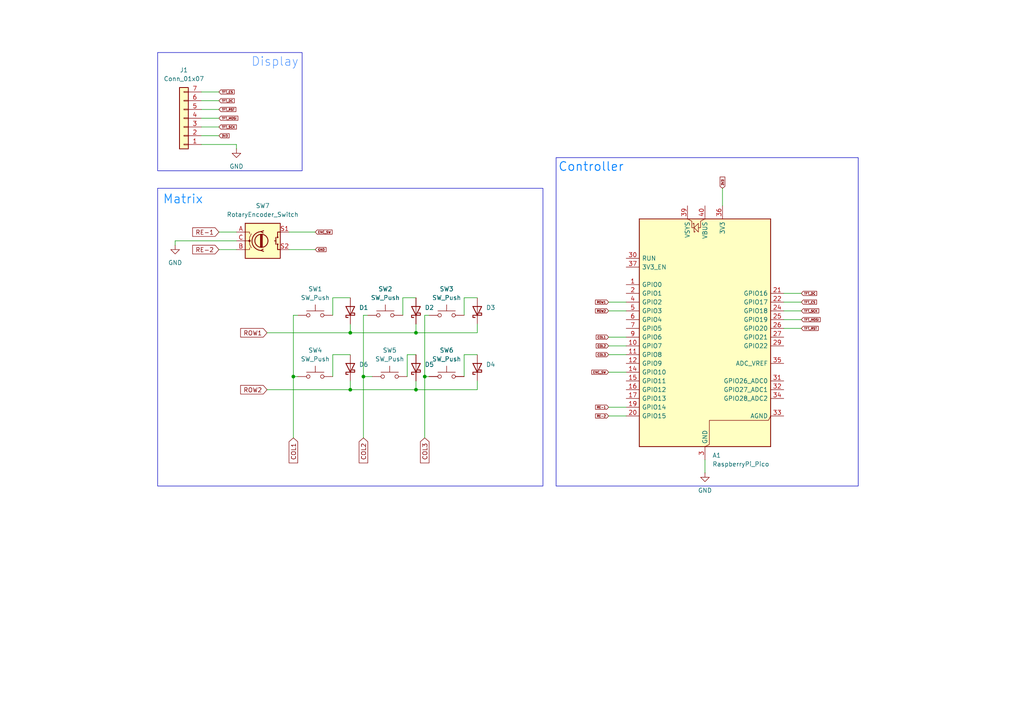
<source format=kicad_sch>
(kicad_sch
	(version 20250114)
	(generator "eeschema")
	(generator_version "9.0")
	(uuid "85e6beb6-1bc5-4da2-8fde-a0af25c84d61")
	(paper "A4")
	(lib_symbols
		(symbol "Connector_Generic:Conn_01x07"
			(pin_names
				(offset 1.016)
				(hide yes)
			)
			(exclude_from_sim no)
			(in_bom yes)
			(on_board yes)
			(property "Reference" "J"
				(at 0 10.16 0)
				(effects
					(font
						(size 1.27 1.27)
					)
				)
			)
			(property "Value" "Conn_01x07"
				(at 0 -10.16 0)
				(effects
					(font
						(size 1.27 1.27)
					)
				)
			)
			(property "Footprint" ""
				(at 0 0 0)
				(effects
					(font
						(size 1.27 1.27)
					)
					(hide yes)
				)
			)
			(property "Datasheet" "~"
				(at 0 0 0)
				(effects
					(font
						(size 1.27 1.27)
					)
					(hide yes)
				)
			)
			(property "Description" "Generic connector, single row, 01x07, script generated (kicad-library-utils/schlib/autogen/connector/)"
				(at 0 0 0)
				(effects
					(font
						(size 1.27 1.27)
					)
					(hide yes)
				)
			)
			(property "ki_keywords" "connector"
				(at 0 0 0)
				(effects
					(font
						(size 1.27 1.27)
					)
					(hide yes)
				)
			)
			(property "ki_fp_filters" "Connector*:*_1x??_*"
				(at 0 0 0)
				(effects
					(font
						(size 1.27 1.27)
					)
					(hide yes)
				)
			)
			(symbol "Conn_01x07_1_1"
				(rectangle
					(start -1.27 8.89)
					(end 1.27 -8.89)
					(stroke
						(width 0.254)
						(type default)
					)
					(fill
						(type background)
					)
				)
				(rectangle
					(start -1.27 7.747)
					(end 0 7.493)
					(stroke
						(width 0.1524)
						(type default)
					)
					(fill
						(type none)
					)
				)
				(rectangle
					(start -1.27 5.207)
					(end 0 4.953)
					(stroke
						(width 0.1524)
						(type default)
					)
					(fill
						(type none)
					)
				)
				(rectangle
					(start -1.27 2.667)
					(end 0 2.413)
					(stroke
						(width 0.1524)
						(type default)
					)
					(fill
						(type none)
					)
				)
				(rectangle
					(start -1.27 0.127)
					(end 0 -0.127)
					(stroke
						(width 0.1524)
						(type default)
					)
					(fill
						(type none)
					)
				)
				(rectangle
					(start -1.27 -2.413)
					(end 0 -2.667)
					(stroke
						(width 0.1524)
						(type default)
					)
					(fill
						(type none)
					)
				)
				(rectangle
					(start -1.27 -4.953)
					(end 0 -5.207)
					(stroke
						(width 0.1524)
						(type default)
					)
					(fill
						(type none)
					)
				)
				(rectangle
					(start -1.27 -7.493)
					(end 0 -7.747)
					(stroke
						(width 0.1524)
						(type default)
					)
					(fill
						(type none)
					)
				)
				(pin passive line
					(at -5.08 7.62 0)
					(length 3.81)
					(name "Pin_1"
						(effects
							(font
								(size 1.27 1.27)
							)
						)
					)
					(number "1"
						(effects
							(font
								(size 1.27 1.27)
							)
						)
					)
				)
				(pin passive line
					(at -5.08 5.08 0)
					(length 3.81)
					(name "Pin_2"
						(effects
							(font
								(size 1.27 1.27)
							)
						)
					)
					(number "2"
						(effects
							(font
								(size 1.27 1.27)
							)
						)
					)
				)
				(pin passive line
					(at -5.08 2.54 0)
					(length 3.81)
					(name "Pin_3"
						(effects
							(font
								(size 1.27 1.27)
							)
						)
					)
					(number "3"
						(effects
							(font
								(size 1.27 1.27)
							)
						)
					)
				)
				(pin passive line
					(at -5.08 0 0)
					(length 3.81)
					(name "Pin_4"
						(effects
							(font
								(size 1.27 1.27)
							)
						)
					)
					(number "4"
						(effects
							(font
								(size 1.27 1.27)
							)
						)
					)
				)
				(pin passive line
					(at -5.08 -2.54 0)
					(length 3.81)
					(name "Pin_5"
						(effects
							(font
								(size 1.27 1.27)
							)
						)
					)
					(number "5"
						(effects
							(font
								(size 1.27 1.27)
							)
						)
					)
				)
				(pin passive line
					(at -5.08 -5.08 0)
					(length 3.81)
					(name "Pin_6"
						(effects
							(font
								(size 1.27 1.27)
							)
						)
					)
					(number "6"
						(effects
							(font
								(size 1.27 1.27)
							)
						)
					)
				)
				(pin passive line
					(at -5.08 -7.62 0)
					(length 3.81)
					(name "Pin_7"
						(effects
							(font
								(size 1.27 1.27)
							)
						)
					)
					(number "7"
						(effects
							(font
								(size 1.27 1.27)
							)
						)
					)
				)
			)
			(embedded_fonts no)
		)
		(symbol "Device:RotaryEncoder_Switch"
			(pin_names
				(offset 0.254)
				(hide yes)
			)
			(exclude_from_sim no)
			(in_bom yes)
			(on_board yes)
			(property "Reference" "SW"
				(at 0 6.604 0)
				(effects
					(font
						(size 1.27 1.27)
					)
				)
			)
			(property "Value" "RotaryEncoder_Switch"
				(at 0 -6.604 0)
				(effects
					(font
						(size 1.27 1.27)
					)
				)
			)
			(property "Footprint" ""
				(at -3.81 4.064 0)
				(effects
					(font
						(size 1.27 1.27)
					)
					(hide yes)
				)
			)
			(property "Datasheet" "~"
				(at 0 6.604 0)
				(effects
					(font
						(size 1.27 1.27)
					)
					(hide yes)
				)
			)
			(property "Description" "Rotary encoder, dual channel, incremental quadrate outputs, with switch"
				(at 0 0 0)
				(effects
					(font
						(size 1.27 1.27)
					)
					(hide yes)
				)
			)
			(property "ki_keywords" "rotary switch encoder switch push button"
				(at 0 0 0)
				(effects
					(font
						(size 1.27 1.27)
					)
					(hide yes)
				)
			)
			(property "ki_fp_filters" "RotaryEncoder*Switch*"
				(at 0 0 0)
				(effects
					(font
						(size 1.27 1.27)
					)
					(hide yes)
				)
			)
			(symbol "RotaryEncoder_Switch_0_1"
				(rectangle
					(start -5.08 5.08)
					(end 5.08 -5.08)
					(stroke
						(width 0.254)
						(type default)
					)
					(fill
						(type background)
					)
				)
				(polyline
					(pts
						(xy -5.08 2.54) (xy -3.81 2.54) (xy -3.81 2.032)
					)
					(stroke
						(width 0)
						(type default)
					)
					(fill
						(type none)
					)
				)
				(polyline
					(pts
						(xy -5.08 0) (xy -3.81 0) (xy -3.81 -1.016) (xy -3.302 -2.032)
					)
					(stroke
						(width 0)
						(type default)
					)
					(fill
						(type none)
					)
				)
				(polyline
					(pts
						(xy -5.08 -2.54) (xy -3.81 -2.54) (xy -3.81 -2.032)
					)
					(stroke
						(width 0)
						(type default)
					)
					(fill
						(type none)
					)
				)
				(polyline
					(pts
						(xy -4.318 0) (xy -3.81 0) (xy -3.81 1.016) (xy -3.302 2.032)
					)
					(stroke
						(width 0)
						(type default)
					)
					(fill
						(type none)
					)
				)
				(circle
					(center -3.81 0)
					(radius 0.254)
					(stroke
						(width 0)
						(type default)
					)
					(fill
						(type outline)
					)
				)
				(polyline
					(pts
						(xy -0.635 -1.778) (xy -0.635 1.778)
					)
					(stroke
						(width 0.254)
						(type default)
					)
					(fill
						(type none)
					)
				)
				(circle
					(center -0.381 0)
					(radius 1.905)
					(stroke
						(width 0.254)
						(type default)
					)
					(fill
						(type none)
					)
				)
				(polyline
					(pts
						(xy -0.381 -1.778) (xy -0.381 1.778)
					)
					(stroke
						(width 0.254)
						(type default)
					)
					(fill
						(type none)
					)
				)
				(arc
					(start -0.381 -2.794)
					(mid -3.0988 -0.0635)
					(end -0.381 2.667)
					(stroke
						(width 0.254)
						(type default)
					)
					(fill
						(type none)
					)
				)
				(polyline
					(pts
						(xy -0.127 1.778) (xy -0.127 -1.778)
					)
					(stroke
						(width 0.254)
						(type default)
					)
					(fill
						(type none)
					)
				)
				(polyline
					(pts
						(xy 0.254 2.921) (xy -0.508 2.667) (xy 0.127 2.286)
					)
					(stroke
						(width 0.254)
						(type default)
					)
					(fill
						(type none)
					)
				)
				(polyline
					(pts
						(xy 0.254 -3.048) (xy -0.508 -2.794) (xy 0.127 -2.413)
					)
					(stroke
						(width 0.254)
						(type default)
					)
					(fill
						(type none)
					)
				)
				(polyline
					(pts
						(xy 3.81 1.016) (xy 3.81 -1.016)
					)
					(stroke
						(width 0.254)
						(type default)
					)
					(fill
						(type none)
					)
				)
				(polyline
					(pts
						(xy 3.81 0) (xy 3.429 0)
					)
					(stroke
						(width 0.254)
						(type default)
					)
					(fill
						(type none)
					)
				)
				(circle
					(center 4.318 1.016)
					(radius 0.127)
					(stroke
						(width 0.254)
						(type default)
					)
					(fill
						(type none)
					)
				)
				(circle
					(center 4.318 -1.016)
					(radius 0.127)
					(stroke
						(width 0.254)
						(type default)
					)
					(fill
						(type none)
					)
				)
				(polyline
					(pts
						(xy 5.08 2.54) (xy 4.318 2.54) (xy 4.318 1.016)
					)
					(stroke
						(width 0.254)
						(type default)
					)
					(fill
						(type none)
					)
				)
				(polyline
					(pts
						(xy 5.08 -2.54) (xy 4.318 -2.54) (xy 4.318 -1.016)
					)
					(stroke
						(width 0.254)
						(type default)
					)
					(fill
						(type none)
					)
				)
			)
			(symbol "RotaryEncoder_Switch_1_1"
				(pin passive line
					(at -7.62 2.54 0)
					(length 2.54)
					(name "A"
						(effects
							(font
								(size 1.27 1.27)
							)
						)
					)
					(number "A"
						(effects
							(font
								(size 1.27 1.27)
							)
						)
					)
				)
				(pin passive line
					(at -7.62 0 0)
					(length 2.54)
					(name "C"
						(effects
							(font
								(size 1.27 1.27)
							)
						)
					)
					(number "C"
						(effects
							(font
								(size 1.27 1.27)
							)
						)
					)
				)
				(pin passive line
					(at -7.62 -2.54 0)
					(length 2.54)
					(name "B"
						(effects
							(font
								(size 1.27 1.27)
							)
						)
					)
					(number "B"
						(effects
							(font
								(size 1.27 1.27)
							)
						)
					)
				)
				(pin passive line
					(at 7.62 2.54 180)
					(length 2.54)
					(name "S1"
						(effects
							(font
								(size 1.27 1.27)
							)
						)
					)
					(number "S1"
						(effects
							(font
								(size 1.27 1.27)
							)
						)
					)
				)
				(pin passive line
					(at 7.62 -2.54 180)
					(length 2.54)
					(name "S2"
						(effects
							(font
								(size 1.27 1.27)
							)
						)
					)
					(number "S2"
						(effects
							(font
								(size 1.27 1.27)
							)
						)
					)
				)
			)
			(embedded_fonts no)
		)
		(symbol "Diode:DSB5712"
			(pin_numbers
				(hide yes)
			)
			(pin_names
				(offset 1.016)
				(hide yes)
			)
			(exclude_from_sim no)
			(in_bom yes)
			(on_board yes)
			(property "Reference" "D"
				(at 0 2.54 0)
				(effects
					(font
						(size 1.27 1.27)
					)
				)
			)
			(property "Value" "DSB5712"
				(at 0 -2.54 0)
				(effects
					(font
						(size 1.27 1.27)
					)
				)
			)
			(property "Footprint" "Diode_THT:D_DO-35_SOD27_P7.62mm_Horizontal"
				(at 0 -4.445 0)
				(effects
					(font
						(size 1.27 1.27)
					)
					(hide yes)
				)
			)
			(property "Datasheet" "https://www.microsemi.com/document-portal/doc_download/8865-lds-0040-datasheet"
				(at 0 0 0)
				(effects
					(font
						(size 1.27 1.27)
					)
					(hide yes)
				)
			)
			(property "Description" "20V 75mA Schottky diode, DO-35"
				(at 0 0 0)
				(effects
					(font
						(size 1.27 1.27)
					)
					(hide yes)
				)
			)
			(property "ki_keywords" "diode Schottky"
				(at 0 0 0)
				(effects
					(font
						(size 1.27 1.27)
					)
					(hide yes)
				)
			)
			(property "ki_fp_filters" "D*DO?35*"
				(at 0 0 0)
				(effects
					(font
						(size 1.27 1.27)
					)
					(hide yes)
				)
			)
			(symbol "DSB5712_0_1"
				(polyline
					(pts
						(xy -1.905 0.635) (xy -1.905 1.27) (xy -1.27 1.27) (xy -1.27 -1.27) (xy -0.635 -1.27) (xy -0.635 -0.635)
					)
					(stroke
						(width 0.254)
						(type default)
					)
					(fill
						(type none)
					)
				)
				(polyline
					(pts
						(xy 1.27 1.27) (xy 1.27 -1.27) (xy -1.27 0) (xy 1.27 1.27)
					)
					(stroke
						(width 0.254)
						(type default)
					)
					(fill
						(type none)
					)
				)
				(polyline
					(pts
						(xy 1.27 0) (xy -1.27 0)
					)
					(stroke
						(width 0)
						(type default)
					)
					(fill
						(type none)
					)
				)
			)
			(symbol "DSB5712_1_1"
				(pin passive line
					(at -3.81 0 0)
					(length 2.54)
					(name "K"
						(effects
							(font
								(size 1.27 1.27)
							)
						)
					)
					(number "1"
						(effects
							(font
								(size 1.27 1.27)
							)
						)
					)
				)
				(pin passive line
					(at 3.81 0 180)
					(length 2.54)
					(name "A"
						(effects
							(font
								(size 1.27 1.27)
							)
						)
					)
					(number "2"
						(effects
							(font
								(size 1.27 1.27)
							)
						)
					)
				)
			)
			(embedded_fonts no)
		)
		(symbol "MCU_Module:RaspberryPi_Pico"
			(pin_names
				(offset 0.762)
			)
			(exclude_from_sim no)
			(in_bom yes)
			(on_board yes)
			(property "Reference" "A"
				(at -19.05 35.56 0)
				(effects
					(font
						(size 1.27 1.27)
					)
					(justify left)
				)
			)
			(property "Value" "RaspberryPi_Pico"
				(at 7.62 35.56 0)
				(effects
					(font
						(size 1.27 1.27)
					)
					(justify left)
				)
			)
			(property "Footprint" "Module:RaspberryPi_Pico_Common_Unspecified"
				(at 0 -46.99 0)
				(effects
					(font
						(size 1.27 1.27)
					)
					(hide yes)
				)
			)
			(property "Datasheet" "https://datasheets.raspberrypi.com/pico/pico-datasheet.pdf"
				(at 0 -49.53 0)
				(effects
					(font
						(size 1.27 1.27)
					)
					(hide yes)
				)
			)
			(property "Description" "Versatile and inexpensive microcontroller module powered by RP2040 dual-core Arm Cortex-M0+ processor up to 133 MHz, 264kB SRAM, 2MB QSPI flash; also supports Raspberry Pi Pico 2"
				(at 0 -52.07 0)
				(effects
					(font
						(size 1.27 1.27)
					)
					(hide yes)
				)
			)
			(property "ki_keywords" "RP2350A M33 RISC-V Hazard3 usb"
				(at 0 0 0)
				(effects
					(font
						(size 1.27 1.27)
					)
					(hide yes)
				)
			)
			(property "ki_fp_filters" "RaspberryPi?Pico?Common* RaspberryPi?Pico?SMD*"
				(at 0 0 0)
				(effects
					(font
						(size 1.27 1.27)
					)
					(hide yes)
				)
			)
			(symbol "RaspberryPi_Pico_0_1"
				(rectangle
					(start -19.05 34.29)
					(end 19.05 -31.75)
					(stroke
						(width 0.254)
						(type default)
					)
					(fill
						(type background)
					)
				)
				(polyline
					(pts
						(xy -5.08 34.29) (xy -3.81 33.655) (xy -3.81 31.75) (xy -3.175 31.75)
					)
					(stroke
						(width 0)
						(type default)
					)
					(fill
						(type none)
					)
				)
				(polyline
					(pts
						(xy -3.429 32.766) (xy -3.429 33.02) (xy -3.175 33.02) (xy -3.175 30.48) (xy -2.921 30.48) (xy -2.921 30.734)
					)
					(stroke
						(width 0)
						(type default)
					)
					(fill
						(type none)
					)
				)
				(polyline
					(pts
						(xy -3.175 31.75) (xy -1.905 33.02) (xy -1.905 30.48) (xy -3.175 31.75)
					)
					(stroke
						(width 0)
						(type default)
					)
					(fill
						(type none)
					)
				)
				(polyline
					(pts
						(xy 0 34.29) (xy -1.27 33.655) (xy -1.27 31.75) (xy -1.905 31.75)
					)
					(stroke
						(width 0)
						(type default)
					)
					(fill
						(type none)
					)
				)
				(polyline
					(pts
						(xy 0 -31.75) (xy 1.27 -31.115) (xy 1.27 -24.13) (xy 18.415 -24.13) (xy 19.05 -22.86)
					)
					(stroke
						(width 0)
						(type default)
					)
					(fill
						(type none)
					)
				)
			)
			(symbol "RaspberryPi_Pico_1_1"
				(pin passive line
					(at -22.86 22.86 0)
					(length 3.81)
					(name "RUN"
						(effects
							(font
								(size 1.27 1.27)
							)
						)
					)
					(number "30"
						(effects
							(font
								(size 1.27 1.27)
							)
						)
					)
					(alternate "~{RESET}" passive line)
				)
				(pin passive line
					(at -22.86 20.32 0)
					(length 3.81)
					(name "3V3_EN"
						(effects
							(font
								(size 1.27 1.27)
							)
						)
					)
					(number "37"
						(effects
							(font
								(size 1.27 1.27)
							)
						)
					)
					(alternate "~{3V3_DISABLE}" passive line)
				)
				(pin bidirectional line
					(at -22.86 15.24 0)
					(length 3.81)
					(name "GPIO0"
						(effects
							(font
								(size 1.27 1.27)
							)
						)
					)
					(number "1"
						(effects
							(font
								(size 1.27 1.27)
							)
						)
					)
					(alternate "I2C0_SDA" bidirectional line)
					(alternate "PWM0_A" output line)
					(alternate "SPI0_RX" input line)
					(alternate "UART0_TX" output line)
					(alternate "USB_OVCUR_DET" input line)
				)
				(pin bidirectional line
					(at -22.86 12.7 0)
					(length 3.81)
					(name "GPIO1"
						(effects
							(font
								(size 1.27 1.27)
							)
						)
					)
					(number "2"
						(effects
							(font
								(size 1.27 1.27)
							)
						)
					)
					(alternate "I2C0_SCL" bidirectional clock)
					(alternate "PWM0_B" bidirectional line)
					(alternate "UART0_RX" input line)
					(alternate "USB_VBUS_DET" passive line)
					(alternate "~{SPI0_CSn}" bidirectional line)
				)
				(pin bidirectional line
					(at -22.86 10.16 0)
					(length 3.81)
					(name "GPIO2"
						(effects
							(font
								(size 1.27 1.27)
							)
						)
					)
					(number "4"
						(effects
							(font
								(size 1.27 1.27)
							)
						)
					)
					(alternate "I2C1_SDA" bidirectional line)
					(alternate "PWM1_A" output line)
					(alternate "SPI0_SCK" bidirectional clock)
					(alternate "UART0_CTS" input line)
					(alternate "USB_VBUS_EN" output line)
				)
				(pin bidirectional line
					(at -22.86 7.62 0)
					(length 3.81)
					(name "GPIO3"
						(effects
							(font
								(size 1.27 1.27)
							)
						)
					)
					(number "5"
						(effects
							(font
								(size 1.27 1.27)
							)
						)
					)
					(alternate "I2C1_SCL" bidirectional clock)
					(alternate "PWM1_B" bidirectional line)
					(alternate "SPI0_TX" output line)
					(alternate "UART0_RTS" output line)
					(alternate "USB_OVCUR_DET" input line)
				)
				(pin bidirectional line
					(at -22.86 5.08 0)
					(length 3.81)
					(name "GPIO4"
						(effects
							(font
								(size 1.27 1.27)
							)
						)
					)
					(number "6"
						(effects
							(font
								(size 1.27 1.27)
							)
						)
					)
					(alternate "I2C0_SDA" bidirectional line)
					(alternate "PWM2_A" output line)
					(alternate "SPI0_RX" input line)
					(alternate "UART1_TX" output line)
					(alternate "USB_VBUS_DET" input line)
				)
				(pin bidirectional line
					(at -22.86 2.54 0)
					(length 3.81)
					(name "GPIO5"
						(effects
							(font
								(size 1.27 1.27)
							)
						)
					)
					(number "7"
						(effects
							(font
								(size 1.27 1.27)
							)
						)
					)
					(alternate "I2C0_SCL" bidirectional clock)
					(alternate "PWM2_B" bidirectional line)
					(alternate "UART1_RX" input line)
					(alternate "USB_VBUS_EN" output line)
					(alternate "~{SPI0_CSn}" bidirectional line)
				)
				(pin bidirectional line
					(at -22.86 0 0)
					(length 3.81)
					(name "GPIO6"
						(effects
							(font
								(size 1.27 1.27)
							)
						)
					)
					(number "9"
						(effects
							(font
								(size 1.27 1.27)
							)
						)
					)
					(alternate "I2C1_SDA" bidirectional line)
					(alternate "PWM3_A" output line)
					(alternate "SPI0_SCK" bidirectional clock)
					(alternate "UART1_CTS" input line)
					(alternate "USB_OVCUR_DET" input line)
				)
				(pin bidirectional line
					(at -22.86 -2.54 0)
					(length 3.81)
					(name "GPIO7"
						(effects
							(font
								(size 1.27 1.27)
							)
						)
					)
					(number "10"
						(effects
							(font
								(size 1.27 1.27)
							)
						)
					)
					(alternate "I2C1_SCL" bidirectional clock)
					(alternate "PWM3_B" bidirectional line)
					(alternate "SPI0_TX" output line)
					(alternate "UART1_RTS" output line)
					(alternate "USB_VBUS_DET" input line)
				)
				(pin bidirectional line
					(at -22.86 -5.08 0)
					(length 3.81)
					(name "GPIO8"
						(effects
							(font
								(size 1.27 1.27)
							)
						)
					)
					(number "11"
						(effects
							(font
								(size 1.27 1.27)
							)
						)
					)
					(alternate "I2C0_SDA" bidirectional line)
					(alternate "PWM4_A" output line)
					(alternate "SPI1_RX" input line)
					(alternate "UART1_TX" output line)
					(alternate "USB_VBUS_EN" output line)
				)
				(pin bidirectional line
					(at -22.86 -7.62 0)
					(length 3.81)
					(name "GPIO9"
						(effects
							(font
								(size 1.27 1.27)
							)
						)
					)
					(number "12"
						(effects
							(font
								(size 1.27 1.27)
							)
						)
					)
					(alternate "I2C0_SCL" bidirectional clock)
					(alternate "PWM4_B" bidirectional line)
					(alternate "UART1_RX" input line)
					(alternate "USB_OVCUR_DET" input line)
					(alternate "~{SPI1_CSn}" bidirectional line)
				)
				(pin bidirectional line
					(at -22.86 -10.16 0)
					(length 3.81)
					(name "GPIO10"
						(effects
							(font
								(size 1.27 1.27)
							)
						)
					)
					(number "14"
						(effects
							(font
								(size 1.27 1.27)
							)
						)
					)
					(alternate "I2C1_SDA" bidirectional line)
					(alternate "PWM5_A" output line)
					(alternate "SPI1_SCK" bidirectional clock)
					(alternate "UART1_CTS" input line)
					(alternate "USB_VBUS_DET" input line)
				)
				(pin bidirectional line
					(at -22.86 -12.7 0)
					(length 3.81)
					(name "GPIO11"
						(effects
							(font
								(size 1.27 1.27)
							)
						)
					)
					(number "15"
						(effects
							(font
								(size 1.27 1.27)
							)
						)
					)
					(alternate "I2C1_SCL" bidirectional clock)
					(alternate "PWM5_B" bidirectional line)
					(alternate "SPI1_TX" output line)
					(alternate "UART1_RTS" output line)
					(alternate "USB_VBUS_EN" output line)
				)
				(pin bidirectional line
					(at -22.86 -15.24 0)
					(length 3.81)
					(name "GPIO12"
						(effects
							(font
								(size 1.27 1.27)
							)
						)
					)
					(number "16"
						(effects
							(font
								(size 1.27 1.27)
							)
						)
					)
					(alternate "I2C0_SDA" bidirectional line)
					(alternate "PWM6_A" output line)
					(alternate "SPI1_RX" input line)
					(alternate "UART0_TX" output line)
					(alternate "USB_OVCUR_DET" input line)
				)
				(pin bidirectional line
					(at -22.86 -17.78 0)
					(length 3.81)
					(name "GPIO13"
						(effects
							(font
								(size 1.27 1.27)
							)
						)
					)
					(number "17"
						(effects
							(font
								(size 1.27 1.27)
							)
						)
					)
					(alternate "I2C0_SCL" bidirectional clock)
					(alternate "PWM6_B" bidirectional line)
					(alternate "UART0_RX" input line)
					(alternate "USB_VBUS_DET" input line)
					(alternate "~{SPI1_CSn}" bidirectional line)
				)
				(pin bidirectional line
					(at -22.86 -20.32 0)
					(length 3.81)
					(name "GPIO14"
						(effects
							(font
								(size 1.27 1.27)
							)
						)
					)
					(number "19"
						(effects
							(font
								(size 1.27 1.27)
							)
						)
					)
					(alternate "I2C1_SDA" bidirectional line)
					(alternate "PWM7_A" output line)
					(alternate "SPI1_SCK" bidirectional clock)
					(alternate "UART0_CTS" input line)
					(alternate "USB_VBUS_EN" output line)
				)
				(pin bidirectional line
					(at -22.86 -22.86 0)
					(length 3.81)
					(name "GPIO15"
						(effects
							(font
								(size 1.27 1.27)
							)
						)
					)
					(number "20"
						(effects
							(font
								(size 1.27 1.27)
							)
						)
					)
					(alternate "I2C1_SCL" bidirectional clock)
					(alternate "PWM7_B" bidirectional line)
					(alternate "SPI1_TX" output line)
					(alternate "UART0_RTS" output line)
					(alternate "USB_OVCUR_DET" input line)
				)
				(pin power_in line
					(at -5.08 38.1 270)
					(length 3.81)
					(name "VSYS"
						(effects
							(font
								(size 1.27 1.27)
							)
						)
					)
					(number "39"
						(effects
							(font
								(size 1.27 1.27)
							)
						)
					)
					(alternate "VSYS_OUT" power_out line)
				)
				(pin power_out line
					(at 0 38.1 270)
					(length 3.81)
					(name "VBUS"
						(effects
							(font
								(size 1.27 1.27)
							)
						)
					)
					(number "40"
						(effects
							(font
								(size 1.27 1.27)
							)
						)
					)
					(alternate "VBUS_IN" power_in line)
				)
				(pin passive line
					(at 0 -35.56 90)
					(length 3.81)
					(hide yes)
					(name "GND"
						(effects
							(font
								(size 1.27 1.27)
							)
						)
					)
					(number "13"
						(effects
							(font
								(size 1.27 1.27)
							)
						)
					)
				)
				(pin passive line
					(at 0 -35.56 90)
					(length 3.81)
					(hide yes)
					(name "GND"
						(effects
							(font
								(size 1.27 1.27)
							)
						)
					)
					(number "18"
						(effects
							(font
								(size 1.27 1.27)
							)
						)
					)
				)
				(pin passive line
					(at 0 -35.56 90)
					(length 3.81)
					(hide yes)
					(name "GND"
						(effects
							(font
								(size 1.27 1.27)
							)
						)
					)
					(number "23"
						(effects
							(font
								(size 1.27 1.27)
							)
						)
					)
				)
				(pin passive line
					(at 0 -35.56 90)
					(length 3.81)
					(hide yes)
					(name "GND"
						(effects
							(font
								(size 1.27 1.27)
							)
						)
					)
					(number "28"
						(effects
							(font
								(size 1.27 1.27)
							)
						)
					)
				)
				(pin power_out line
					(at 0 -35.56 90)
					(length 3.81)
					(name "GND"
						(effects
							(font
								(size 1.27 1.27)
							)
						)
					)
					(number "3"
						(effects
							(font
								(size 1.27 1.27)
							)
						)
					)
					(alternate "GND_IN" power_in line)
				)
				(pin passive line
					(at 0 -35.56 90)
					(length 3.81)
					(hide yes)
					(name "GND"
						(effects
							(font
								(size 1.27 1.27)
							)
						)
					)
					(number "38"
						(effects
							(font
								(size 1.27 1.27)
							)
						)
					)
				)
				(pin passive line
					(at 0 -35.56 90)
					(length 3.81)
					(hide yes)
					(name "GND"
						(effects
							(font
								(size 1.27 1.27)
							)
						)
					)
					(number "8"
						(effects
							(font
								(size 1.27 1.27)
							)
						)
					)
				)
				(pin power_out line
					(at 5.08 38.1 270)
					(length 3.81)
					(name "3V3"
						(effects
							(font
								(size 1.27 1.27)
							)
						)
					)
					(number "36"
						(effects
							(font
								(size 1.27 1.27)
							)
						)
					)
				)
				(pin bidirectional line
					(at 22.86 12.7 180)
					(length 3.81)
					(name "GPIO16"
						(effects
							(font
								(size 1.27 1.27)
							)
						)
					)
					(number "21"
						(effects
							(font
								(size 1.27 1.27)
							)
						)
					)
					(alternate "I2C0_SDA" bidirectional line)
					(alternate "PWM0_A" output line)
					(alternate "SPI0_RX" input line)
					(alternate "UART0_TX" output line)
					(alternate "USB_VBUS_DET" input line)
				)
				(pin bidirectional line
					(at 22.86 10.16 180)
					(length 3.81)
					(name "GPIO17"
						(effects
							(font
								(size 1.27 1.27)
							)
						)
					)
					(number "22"
						(effects
							(font
								(size 1.27 1.27)
							)
						)
					)
					(alternate "I2C0_SCL" bidirectional clock)
					(alternate "PWM0_B" bidirectional line)
					(alternate "UART0_RX" input line)
					(alternate "USB_VBUS_EN" output line)
					(alternate "~{SPI0_CSn}" bidirectional line)
				)
				(pin bidirectional line
					(at 22.86 7.62 180)
					(length 3.81)
					(name "GPIO18"
						(effects
							(font
								(size 1.27 1.27)
							)
						)
					)
					(number "24"
						(effects
							(font
								(size 1.27 1.27)
							)
						)
					)
					(alternate "I2C1_SDA" bidirectional line)
					(alternate "PWM1_A" output line)
					(alternate "SPI0_SCK" bidirectional clock)
					(alternate "UART0_CTS" input line)
					(alternate "USB_OVCUR_DET" input line)
				)
				(pin bidirectional line
					(at 22.86 5.08 180)
					(length 3.81)
					(name "GPIO19"
						(effects
							(font
								(size 1.27 1.27)
							)
						)
					)
					(number "25"
						(effects
							(font
								(size 1.27 1.27)
							)
						)
					)
					(alternate "I2C1_SCL" bidirectional clock)
					(alternate "PWM1_B" bidirectional line)
					(alternate "SPI0_TX" output line)
					(alternate "UART0_RTS" output line)
					(alternate "USB_VBUS_DET" input line)
				)
				(pin bidirectional line
					(at 22.86 2.54 180)
					(length 3.81)
					(name "GPIO20"
						(effects
							(font
								(size 1.27 1.27)
							)
						)
					)
					(number "26"
						(effects
							(font
								(size 1.27 1.27)
							)
						)
					)
					(alternate "CLOCK_GPIN0" input clock)
					(alternate "I2C0_SDA" bidirectional line)
					(alternate "PWM2_A" output line)
					(alternate "SPI0_RX" input line)
					(alternate "UART1_TX" output line)
					(alternate "USB_VBUS_EN" output line)
				)
				(pin bidirectional line
					(at 22.86 0 180)
					(length 3.81)
					(name "GPIO21"
						(effects
							(font
								(size 1.27 1.27)
							)
						)
					)
					(number "27"
						(effects
							(font
								(size 1.27 1.27)
							)
						)
					)
					(alternate "CLOCK_GPOUT0" output clock)
					(alternate "I2C0_SCL" bidirectional clock)
					(alternate "PWM2_B" bidirectional line)
					(alternate "UART1_RX" input line)
					(alternate "USB_OVCUR_DET" input line)
					(alternate "~{SPI0_CSn}" bidirectional line)
				)
				(pin bidirectional line
					(at 22.86 -2.54 180)
					(length 3.81)
					(name "GPIO22"
						(effects
							(font
								(size 1.27 1.27)
							)
						)
					)
					(number "29"
						(effects
							(font
								(size 1.27 1.27)
							)
						)
					)
					(alternate "CLOCK_GPIN1" input clock)
					(alternate "I2C1_SDA" bidirectional line)
					(alternate "PWM3_A" output line)
					(alternate "SPI0_SCK" bidirectional clock)
					(alternate "UART1_CTS" input line)
					(alternate "USB_VBUS_DET" input line)
				)
				(pin power_in line
					(at 22.86 -7.62 180)
					(length 3.81)
					(name "ADC_VREF"
						(effects
							(font
								(size 1.27 1.27)
							)
						)
					)
					(number "35"
						(effects
							(font
								(size 1.27 1.27)
							)
						)
					)
				)
				(pin bidirectional line
					(at 22.86 -12.7 180)
					(length 3.81)
					(name "GPIO26_ADC0"
						(effects
							(font
								(size 1.27 1.27)
							)
						)
					)
					(number "31"
						(effects
							(font
								(size 1.27 1.27)
							)
						)
					)
					(alternate "ADC0" input line)
					(alternate "GPIO26" bidirectional line)
					(alternate "I2C1_SDA" bidirectional line)
					(alternate "PWM5_A" output line)
					(alternate "SPI1_SCK" bidirectional clock)
					(alternate "UART1_CTS" input line)
					(alternate "USB_VBUS_EN" output line)
				)
				(pin bidirectional line
					(at 22.86 -15.24 180)
					(length 3.81)
					(name "GPIO27_ADC1"
						(effects
							(font
								(size 1.27 1.27)
							)
						)
					)
					(number "32"
						(effects
							(font
								(size 1.27 1.27)
							)
						)
					)
					(alternate "ADC1" input line)
					(alternate "GPIO27" bidirectional line)
					(alternate "I2C1_SCL" bidirectional clock)
					(alternate "PWM5_B" bidirectional line)
					(alternate "SPI1_TX" output line)
					(alternate "UART1_RTS" output line)
					(alternate "USB_OVCUR_DET" input line)
				)
				(pin bidirectional line
					(at 22.86 -17.78 180)
					(length 3.81)
					(name "GPIO28_ADC2"
						(effects
							(font
								(size 1.27 1.27)
							)
						)
					)
					(number "34"
						(effects
							(font
								(size 1.27 1.27)
							)
						)
					)
					(alternate "ADC2" input line)
					(alternate "GPIO28" bidirectional line)
					(alternate "I2C0_SDA" bidirectional line)
					(alternate "PWM6_A" output line)
					(alternate "SPI1_RX" input line)
					(alternate "UART0_TX" output line)
					(alternate "USB_VBUS_DET" input line)
				)
				(pin power_out line
					(at 22.86 -22.86 180)
					(length 3.81)
					(name "AGND"
						(effects
							(font
								(size 1.27 1.27)
							)
						)
					)
					(number "33"
						(effects
							(font
								(size 1.27 1.27)
							)
						)
					)
					(alternate "GND" passive line)
				)
			)
			(embedded_fonts no)
		)
		(symbol "Switch:SW_Push"
			(pin_numbers
				(hide yes)
			)
			(pin_names
				(offset 1.016)
				(hide yes)
			)
			(exclude_from_sim no)
			(in_bom yes)
			(on_board yes)
			(property "Reference" "SW"
				(at 1.27 2.54 0)
				(effects
					(font
						(size 1.27 1.27)
					)
					(justify left)
				)
			)
			(property "Value" "SW_Push"
				(at 0 -1.524 0)
				(effects
					(font
						(size 1.27 1.27)
					)
				)
			)
			(property "Footprint" ""
				(at 0 5.08 0)
				(effects
					(font
						(size 1.27 1.27)
					)
					(hide yes)
				)
			)
			(property "Datasheet" "~"
				(at 0 5.08 0)
				(effects
					(font
						(size 1.27 1.27)
					)
					(hide yes)
				)
			)
			(property "Description" "Push button switch, generic, two pins"
				(at 0 0 0)
				(effects
					(font
						(size 1.27 1.27)
					)
					(hide yes)
				)
			)
			(property "ki_keywords" "switch normally-open pushbutton push-button"
				(at 0 0 0)
				(effects
					(font
						(size 1.27 1.27)
					)
					(hide yes)
				)
			)
			(symbol "SW_Push_0_1"
				(circle
					(center -2.032 0)
					(radius 0.508)
					(stroke
						(width 0)
						(type default)
					)
					(fill
						(type none)
					)
				)
				(polyline
					(pts
						(xy 0 1.27) (xy 0 3.048)
					)
					(stroke
						(width 0)
						(type default)
					)
					(fill
						(type none)
					)
				)
				(circle
					(center 2.032 0)
					(radius 0.508)
					(stroke
						(width 0)
						(type default)
					)
					(fill
						(type none)
					)
				)
				(polyline
					(pts
						(xy 2.54 1.27) (xy -2.54 1.27)
					)
					(stroke
						(width 0)
						(type default)
					)
					(fill
						(type none)
					)
				)
				(pin passive line
					(at -5.08 0 0)
					(length 2.54)
					(name "1"
						(effects
							(font
								(size 1.27 1.27)
							)
						)
					)
					(number "1"
						(effects
							(font
								(size 1.27 1.27)
							)
						)
					)
				)
				(pin passive line
					(at 5.08 0 180)
					(length 2.54)
					(name "2"
						(effects
							(font
								(size 1.27 1.27)
							)
						)
					)
					(number "2"
						(effects
							(font
								(size 1.27 1.27)
							)
						)
					)
				)
			)
			(embedded_fonts no)
		)
		(symbol "power:GND"
			(power)
			(pin_numbers
				(hide yes)
			)
			(pin_names
				(offset 0)
				(hide yes)
			)
			(exclude_from_sim no)
			(in_bom yes)
			(on_board yes)
			(property "Reference" "#PWR"
				(at 0 -6.35 0)
				(effects
					(font
						(size 1.27 1.27)
					)
					(hide yes)
				)
			)
			(property "Value" "GND"
				(at 0 -3.81 0)
				(effects
					(font
						(size 1.27 1.27)
					)
				)
			)
			(property "Footprint" ""
				(at 0 0 0)
				(effects
					(font
						(size 1.27 1.27)
					)
					(hide yes)
				)
			)
			(property "Datasheet" ""
				(at 0 0 0)
				(effects
					(font
						(size 1.27 1.27)
					)
					(hide yes)
				)
			)
			(property "Description" "Power symbol creates a global label with name \"GND\" , ground"
				(at 0 0 0)
				(effects
					(font
						(size 1.27 1.27)
					)
					(hide yes)
				)
			)
			(property "ki_keywords" "global power"
				(at 0 0 0)
				(effects
					(font
						(size 1.27 1.27)
					)
					(hide yes)
				)
			)
			(symbol "GND_0_1"
				(polyline
					(pts
						(xy 0 0) (xy 0 -1.27) (xy 1.27 -1.27) (xy 0 -2.54) (xy -1.27 -1.27) (xy 0 -1.27)
					)
					(stroke
						(width 0)
						(type default)
					)
					(fill
						(type none)
					)
				)
			)
			(symbol "GND_1_1"
				(pin power_in line
					(at 0 0 270)
					(length 0)
					(name "~"
						(effects
							(font
								(size 1.27 1.27)
							)
						)
					)
					(number "1"
						(effects
							(font
								(size 1.27 1.27)
							)
						)
					)
				)
			)
			(embedded_fonts no)
		)
	)
	(rectangle
		(start 45.72 15.24)
		(end 87.63 49.53)
		(stroke
			(width 0)
			(type default)
		)
		(fill
			(type none)
		)
		(uuid 3f643a39-2633-45da-967d-e38bb4196475)
	)
	(rectangle
		(start 161.29 45.72)
		(end 248.92 140.97)
		(stroke
			(width 0)
			(type default)
		)
		(fill
			(type none)
		)
		(uuid dd458bfa-4d54-47d2-8970-8e40fdc04f5d)
	)
	(rectangle
		(start 45.72 54.61)
		(end 157.48 140.97)
		(stroke
			(width 0)
			(type default)
		)
		(fill
			(type none)
		)
		(uuid f17b00f4-72e1-4bbd-915f-25b962097916)
	)
	(text "Display"
		(exclude_from_sim no)
		(at 79.756 18.034 0)
		(effects
			(font
				(size 2.54 2.54)
				(color 48 131 255 1)
			)
		)
		(uuid "3d3fa183-f4f3-43b9-b3b4-8d47e43628c9")
	)
	(text "Matrix"
		(exclude_from_sim no)
		(at 53.086 57.912 0)
		(effects
			(font
				(size 2.54 2.54)
				(thickness 0.254)
				(bold yes)
				(color 22 142 255 1)
			)
		)
		(uuid "a6ed87a3-ff77-4923-af43-9ed864be7611")
	)
	(text "Controller"
		(exclude_from_sim no)
		(at 171.45 48.514 0)
		(effects
			(font
				(size 2.54 2.54)
				(thickness 0.254)
				(bold yes)
				(color 0 127 255 1)
			)
		)
		(uuid "f03eb3cc-8f2c-4b2a-a680-b0c4f970ad81")
	)
	(junction
		(at 123.19 109.22)
		(diameter 0)
		(color 0 0 0 0)
		(uuid "0aecaaa2-6bf4-48a4-97af-06c7d1f9f5cf")
	)
	(junction
		(at 85.09 109.22)
		(diameter 0)
		(color 0 0 0 0)
		(uuid "62633e08-dd9f-4cb0-a2fe-9197d9cd29a4")
	)
	(junction
		(at 101.6 113.03)
		(diameter 0)
		(color 0 0 0 0)
		(uuid "6a1914c7-5c46-485d-ba8d-98a968e3dbf4")
	)
	(junction
		(at 105.41 109.22)
		(diameter 0)
		(color 0 0 0 0)
		(uuid "7c3e324a-3549-4ea4-b8c0-4903c74dfc3f")
	)
	(junction
		(at 120.65 113.03)
		(diameter 0)
		(color 0 0 0 0)
		(uuid "a68d51b0-d494-470c-acda-17baf033d85e")
	)
	(junction
		(at 101.6 96.52)
		(diameter 0)
		(color 0 0 0 0)
		(uuid "b6766367-932f-496c-8506-2c4e6f0f261d")
	)
	(junction
		(at 120.65 96.52)
		(diameter 0)
		(color 0 0 0 0)
		(uuid "e472c048-88b5-4031-adf3-d9991dc21b1c")
	)
	(wire
		(pts
			(xy 68.58 69.85) (xy 50.8 69.85)
		)
		(stroke
			(width 0)
			(type default)
		)
		(uuid "077a9eee-fd3b-45df-a02e-416129acc5ca")
	)
	(wire
		(pts
			(xy 176.53 107.95) (xy 181.61 107.95)
		)
		(stroke
			(width 0)
			(type default)
		)
		(uuid "091f2b7c-0edc-4078-8e40-1edeee414abd")
	)
	(wire
		(pts
			(xy 58.42 41.91) (xy 68.58 41.91)
		)
		(stroke
			(width 0)
			(type default)
		)
		(uuid "0d8fccf4-7f96-43a0-bec2-a90398015eb3")
	)
	(wire
		(pts
			(xy 138.43 93.98) (xy 138.43 96.52)
		)
		(stroke
			(width 0)
			(type default)
		)
		(uuid "125459fd-d713-4fbc-a1e7-d848b3fd601a")
	)
	(wire
		(pts
			(xy 68.58 41.91) (xy 68.58 43.18)
		)
		(stroke
			(width 0)
			(type default)
		)
		(uuid "13e5068b-ebff-4745-ae73-0ed20a5aaa8b")
	)
	(wire
		(pts
			(xy 116.84 91.44) (xy 116.84 86.36)
		)
		(stroke
			(width 0)
			(type default)
		)
		(uuid "1468b811-b6b8-4463-b4d5-e2b2d5079e0b")
	)
	(wire
		(pts
			(xy 138.43 110.49) (xy 138.43 113.03)
		)
		(stroke
			(width 0)
			(type default)
		)
		(uuid "227e9c73-1959-405e-8c43-c57cdef464d3")
	)
	(wire
		(pts
			(xy 176.53 100.33) (xy 181.61 100.33)
		)
		(stroke
			(width 0)
			(type default)
		)
		(uuid "2aaace10-056f-4bf0-b508-5442a2178139")
	)
	(wire
		(pts
			(xy 227.33 92.71) (xy 232.41 92.71)
		)
		(stroke
			(width 0)
			(type default)
		)
		(uuid "2bca0946-9d92-4030-add1-af79cb4e796f")
	)
	(wire
		(pts
			(xy 123.19 109.22) (xy 124.46 109.22)
		)
		(stroke
			(width 0)
			(type default)
		)
		(uuid "2ee5f0c7-4460-4d59-b11f-a0ca6a4c9392")
	)
	(wire
		(pts
			(xy 105.41 91.44) (xy 106.68 91.44)
		)
		(stroke
			(width 0)
			(type default)
		)
		(uuid "31d87fd6-5e12-4c44-b572-b0c2d3e956d0")
	)
	(wire
		(pts
			(xy 227.33 85.09) (xy 232.41 85.09)
		)
		(stroke
			(width 0)
			(type default)
		)
		(uuid "3423be41-2fa7-4fbb-a2b2-03062b311537")
	)
	(wire
		(pts
			(xy 204.47 133.35) (xy 204.47 137.16)
		)
		(stroke
			(width 0)
			(type default)
		)
		(uuid "38025309-64a9-474e-9f0e-ddf76de06773")
	)
	(wire
		(pts
			(xy 134.62 109.22) (xy 134.62 102.87)
		)
		(stroke
			(width 0)
			(type default)
		)
		(uuid "394df0fb-fee4-4f8a-ac76-0d743acbf3b2")
	)
	(wire
		(pts
			(xy 134.62 91.44) (xy 134.62 86.36)
		)
		(stroke
			(width 0)
			(type default)
		)
		(uuid "4159fd32-bc48-4379-b463-9ea9413adcb4")
	)
	(wire
		(pts
			(xy 96.52 109.22) (xy 96.52 102.87)
		)
		(stroke
			(width 0)
			(type default)
		)
		(uuid "41a2f9df-4ed9-4864-b08d-9b2a57f77753")
	)
	(wire
		(pts
			(xy 83.82 67.31) (xy 91.44 67.31)
		)
		(stroke
			(width 0)
			(type default)
		)
		(uuid "433b6fe0-d190-4453-89cf-118457683784")
	)
	(wire
		(pts
			(xy 101.6 93.98) (xy 101.6 96.52)
		)
		(stroke
			(width 0)
			(type default)
		)
		(uuid "53da7800-6bc8-40cc-a1ee-170d3ffda932")
	)
	(wire
		(pts
			(xy 63.5 72.39) (xy 68.58 72.39)
		)
		(stroke
			(width 0)
			(type default)
		)
		(uuid "54aaef8d-de75-42a5-83c4-1b2867a47039")
	)
	(wire
		(pts
			(xy 227.33 90.17) (xy 232.41 90.17)
		)
		(stroke
			(width 0)
			(type default)
		)
		(uuid "560d3638-1246-467e-9dee-e4cce7c2e502")
	)
	(wire
		(pts
			(xy 101.6 113.03) (xy 120.65 113.03)
		)
		(stroke
			(width 0)
			(type default)
		)
		(uuid "5739f3ad-f1c7-4ccd-9fa1-a7f2d959de7d")
	)
	(wire
		(pts
			(xy 176.53 102.87) (xy 181.61 102.87)
		)
		(stroke
			(width 0)
			(type default)
		)
		(uuid "5a89a11d-f744-4598-984e-0a84d129779e")
	)
	(wire
		(pts
			(xy 85.09 127) (xy 85.09 109.22)
		)
		(stroke
			(width 0)
			(type default)
		)
		(uuid "657605ff-f55a-4caa-b5d6-98d340a352dd")
	)
	(wire
		(pts
			(xy 176.53 118.11) (xy 181.61 118.11)
		)
		(stroke
			(width 0)
			(type default)
		)
		(uuid "69f08002-1ad6-4260-a4b8-fe52260e0c11")
	)
	(wire
		(pts
			(xy 77.47 96.52) (xy 101.6 96.52)
		)
		(stroke
			(width 0)
			(type default)
		)
		(uuid "6c807016-9cfb-45a9-acc3-20fc2a9f4c45")
	)
	(wire
		(pts
			(xy 134.62 86.36) (xy 138.43 86.36)
		)
		(stroke
			(width 0)
			(type default)
		)
		(uuid "6df74316-c9a6-4f78-922c-af629ad11ee5")
	)
	(wire
		(pts
			(xy 58.42 39.37) (xy 63.5 39.37)
		)
		(stroke
			(width 0)
			(type default)
		)
		(uuid "731c8860-47cc-4946-b698-f461b03f28af")
	)
	(wire
		(pts
			(xy 120.65 113.03) (xy 138.43 113.03)
		)
		(stroke
			(width 0)
			(type default)
		)
		(uuid "7a21ca17-cafb-4d8b-a1c7-a5419f6ac245")
	)
	(wire
		(pts
			(xy 209.55 54.61) (xy 209.55 59.69)
		)
		(stroke
			(width 0)
			(type default)
		)
		(uuid "87ea0997-7a91-4348-8552-c2337a9f5512")
	)
	(wire
		(pts
			(xy 63.5 67.31) (xy 68.58 67.31)
		)
		(stroke
			(width 0)
			(type default)
		)
		(uuid "87ee6bf2-5e32-4ec4-a1a9-c54233abe90a")
	)
	(wire
		(pts
			(xy 120.65 96.52) (xy 138.43 96.52)
		)
		(stroke
			(width 0)
			(type default)
		)
		(uuid "88cd42a5-4744-4c6e-b267-63ea08d714dc")
	)
	(wire
		(pts
			(xy 96.52 86.36) (xy 101.6 86.36)
		)
		(stroke
			(width 0)
			(type default)
		)
		(uuid "895000ca-2c6a-4f1f-bf38-f759241fbffd")
	)
	(wire
		(pts
			(xy 176.53 87.63) (xy 181.61 87.63)
		)
		(stroke
			(width 0)
			(type default)
		)
		(uuid "94812e0d-a296-4765-a11f-0b9adf6b8ffb")
	)
	(wire
		(pts
			(xy 123.19 109.22) (xy 123.19 127)
		)
		(stroke
			(width 0)
			(type default)
		)
		(uuid "94d70fe9-3985-4c7c-81ec-3fc88111fc26")
	)
	(wire
		(pts
			(xy 101.6 96.52) (xy 120.65 96.52)
		)
		(stroke
			(width 0)
			(type default)
		)
		(uuid "9aeb5318-1892-4664-a014-8bbb8d225651")
	)
	(wire
		(pts
			(xy 50.8 69.85) (xy 50.8 71.12)
		)
		(stroke
			(width 0)
			(type default)
		)
		(uuid "a3160904-3090-41ff-9c72-7e0b5f557b47")
	)
	(wire
		(pts
			(xy 105.41 109.22) (xy 105.41 91.44)
		)
		(stroke
			(width 0)
			(type default)
		)
		(uuid "a585690f-7c72-4a2f-8d54-a24a37179ffe")
	)
	(wire
		(pts
			(xy 176.53 97.79) (xy 181.61 97.79)
		)
		(stroke
			(width 0)
			(type default)
		)
		(uuid "a946386d-0699-4535-a1c5-51c1d2b9dfa8")
	)
	(wire
		(pts
			(xy 85.09 91.44) (xy 86.36 91.44)
		)
		(stroke
			(width 0)
			(type default)
		)
		(uuid "a9b05c00-f49a-4272-b553-d26c06c37b38")
	)
	(wire
		(pts
			(xy 123.19 91.44) (xy 123.19 109.22)
		)
		(stroke
			(width 0)
			(type default)
		)
		(uuid "ada027d5-4dd4-418b-88e4-0e2b53a8cf96")
	)
	(wire
		(pts
			(xy 227.33 95.25) (xy 232.41 95.25)
		)
		(stroke
			(width 0)
			(type default)
		)
		(uuid "b1df065f-d4b9-4a37-8fa2-6b7e48b5e4e0")
	)
	(wire
		(pts
			(xy 85.09 109.22) (xy 86.36 109.22)
		)
		(stroke
			(width 0)
			(type default)
		)
		(uuid "b4495619-11e8-4270-998a-b4dce607737e")
	)
	(wire
		(pts
			(xy 58.42 31.75) (xy 63.5 31.75)
		)
		(stroke
			(width 0)
			(type default)
		)
		(uuid "b588f079-7fe3-4cc1-a0c2-98e238de952d")
	)
	(wire
		(pts
			(xy 77.47 113.03) (xy 101.6 113.03)
		)
		(stroke
			(width 0)
			(type default)
		)
		(uuid "b606eb8d-6f4a-430a-9834-3986d663a657")
	)
	(wire
		(pts
			(xy 96.52 91.44) (xy 96.52 86.36)
		)
		(stroke
			(width 0)
			(type default)
		)
		(uuid "b621da4a-12d7-416e-9fbd-87871b23ff78")
	)
	(wire
		(pts
			(xy 58.42 29.21) (xy 63.5 29.21)
		)
		(stroke
			(width 0)
			(type default)
		)
		(uuid "b984f727-ae78-4ea8-842a-bd21fee6d79f")
	)
	(wire
		(pts
			(xy 227.33 87.63) (xy 232.41 87.63)
		)
		(stroke
			(width 0)
			(type default)
		)
		(uuid "bd9c87d4-c1be-466e-9e30-0ac0c6afd16a")
	)
	(wire
		(pts
			(xy 120.65 110.49) (xy 120.65 113.03)
		)
		(stroke
			(width 0)
			(type default)
		)
		(uuid "c5833486-3f33-4894-a9ba-0e7a19686813")
	)
	(wire
		(pts
			(xy 123.19 91.44) (xy 124.46 91.44)
		)
		(stroke
			(width 0)
			(type default)
		)
		(uuid "c7553bc1-ba07-408b-91a8-15729c87f6c6")
	)
	(wire
		(pts
			(xy 101.6 110.49) (xy 101.6 113.03)
		)
		(stroke
			(width 0)
			(type default)
		)
		(uuid "c87d888f-0950-4cc4-8d8c-933afde2c405")
	)
	(wire
		(pts
			(xy 105.41 109.22) (xy 107.95 109.22)
		)
		(stroke
			(width 0)
			(type default)
		)
		(uuid "d2e151d3-32c1-46b6-8cea-8a1199a78edd")
	)
	(wire
		(pts
			(xy 120.65 93.98) (xy 120.65 96.52)
		)
		(stroke
			(width 0)
			(type default)
		)
		(uuid "d4377b9b-e9e4-43e9-909f-ec9b9373ad53")
	)
	(wire
		(pts
			(xy 105.41 127) (xy 105.41 109.22)
		)
		(stroke
			(width 0)
			(type default)
		)
		(uuid "d9d496a0-beba-41f0-a7f8-1c9f28b3db1b")
	)
	(wire
		(pts
			(xy 116.84 86.36) (xy 120.65 86.36)
		)
		(stroke
			(width 0)
			(type default)
		)
		(uuid "da039a23-f96f-4995-99d0-b5c9010a3161")
	)
	(wire
		(pts
			(xy 83.82 72.39) (xy 91.44 72.39)
		)
		(stroke
			(width 0)
			(type default)
		)
		(uuid "e67d1ed6-54a5-47d6-8440-de589f07298f")
	)
	(wire
		(pts
			(xy 58.42 26.67) (xy 63.5 26.67)
		)
		(stroke
			(width 0)
			(type default)
		)
		(uuid "e9d46f91-556f-4b85-aea8-df44ea4f228b")
	)
	(wire
		(pts
			(xy 96.52 102.87) (xy 101.6 102.87)
		)
		(stroke
			(width 0)
			(type default)
		)
		(uuid "ea9a291d-67d0-4b55-8d8a-ccbe88635178")
	)
	(wire
		(pts
			(xy 118.11 102.87) (xy 120.65 102.87)
		)
		(stroke
			(width 0)
			(type default)
		)
		(uuid "ec9d8ec2-1c50-44a1-be1a-1251a9cb414d")
	)
	(wire
		(pts
			(xy 176.53 90.17) (xy 181.61 90.17)
		)
		(stroke
			(width 0)
			(type default)
		)
		(uuid "efce6911-85ba-497f-a286-af03c30431b9")
	)
	(wire
		(pts
			(xy 58.42 36.83) (xy 63.5 36.83)
		)
		(stroke
			(width 0)
			(type default)
		)
		(uuid "f11701ac-0ee7-47a5-8f20-e6871dab401c")
	)
	(wire
		(pts
			(xy 118.11 109.22) (xy 118.11 102.87)
		)
		(stroke
			(width 0)
			(type default)
		)
		(uuid "f1727f61-e39f-4a8f-88db-cede32626e2d")
	)
	(wire
		(pts
			(xy 134.62 102.87) (xy 138.43 102.87)
		)
		(stroke
			(width 0)
			(type default)
		)
		(uuid "f54e7fea-47cb-4301-9a06-e14dbbd31ce6")
	)
	(wire
		(pts
			(xy 85.09 109.22) (xy 85.09 91.44)
		)
		(stroke
			(width 0)
			(type default)
		)
		(uuid "f9ae62f1-0827-45f2-b8e8-173e17053f6a")
	)
	(wire
		(pts
			(xy 58.42 34.29) (xy 63.5 34.29)
		)
		(stroke
			(width 0)
			(type default)
		)
		(uuid "fb51835e-7d7c-4eb9-9a3c-1daeab96490e")
	)
	(wire
		(pts
			(xy 176.53 120.65) (xy 181.61 120.65)
		)
		(stroke
			(width 0)
			(type default)
		)
		(uuid "fbffd3b3-d3a7-4445-9471-5fefdab9619c")
	)
	(global_label "COL2"
		(shape input)
		(at 105.41 127 270)
		(fields_autoplaced yes)
		(effects
			(font
				(size 1.27 1.27)
			)
			(justify right)
		)
		(uuid "2565bcb6-b58b-49db-80c1-3ed755b309ed")
		(property "Intersheetrefs" "${INTERSHEET_REFS}"
			(at 105.41 134.8233 90)
			(effects
				(font
					(size 1.27 1.27)
				)
				(justify right)
				(hide yes)
			)
		)
	)
	(global_label "TFT_SCK"
		(shape input)
		(at 232.41 90.17 0)
		(fields_autoplaced yes)
		(effects
			(font
				(size 0.635 0.635)
			)
			(justify left)
		)
		(uuid "30ef0c81-11d4-4082-a682-aefd2516c668")
		(property "Intersheetrefs" "${INTERSHEET_REFS}"
			(at 237.7732 90.17 0)
			(effects
				(font
					(size 1.27 1.27)
				)
				(justify left)
				(hide yes)
			)
		)
	)
	(global_label "TFT_CS"
		(shape input)
		(at 63.5 26.67 0)
		(fields_autoplaced yes)
		(effects
			(font
				(size 0.635 0.635)
			)
			(justify left)
		)
		(uuid "33eeadc6-4bf0-4890-851b-031d947f4ee8")
		(property "Intersheetrefs" "${INTERSHEET_REFS}"
			(at 68.2282 26.67 0)
			(effects
				(font
					(size 1.27 1.27)
				)
				(justify left)
				(hide yes)
			)
		)
	)
	(global_label "GND"
		(shape input)
		(at 91.44 72.39 0)
		(fields_autoplaced yes)
		(effects
			(font
				(size 0.635 0.635)
			)
			(justify left)
		)
		(uuid "38c35ea9-af0f-4ca8-a74a-356d051e9a1f")
		(property "Intersheetrefs" "${INTERSHEET_REFS}"
			(at 94.8679 72.39 0)
			(effects
				(font
					(size 1.27 1.27)
				)
				(justify left)
				(hide yes)
			)
		)
	)
	(global_label "COL1"
		(shape input)
		(at 85.09 127 270)
		(fields_autoplaced yes)
		(effects
			(font
				(size 1.27 1.27)
			)
			(justify right)
		)
		(uuid "3ebc731a-3f77-41cf-a69c-0228cf3c6243")
		(property "Intersheetrefs" "${INTERSHEET_REFS}"
			(at 85.09 134.8233 90)
			(effects
				(font
					(size 1.27 1.27)
				)
				(justify right)
				(hide yes)
			)
		)
	)
	(global_label "3V3"
		(shape input)
		(at 209.55 54.61 90)
		(fields_autoplaced yes)
		(effects
			(font
				(size 0.635 0.635)
				(thickness 0.254)
				(bold yes)
			)
			(justify left)
		)
		(uuid "46065dec-cbf9-46d5-8212-ee63dd2930e1")
		(property "Intersheetrefs" "${INTERSHEET_REFS}"
			(at 209.55 50.9664 90)
			(effects
				(font
					(size 1.27 1.27)
				)
				(justify left)
				(hide yes)
			)
		)
	)
	(global_label "TFT_CS"
		(shape input)
		(at 232.41 87.63 0)
		(fields_autoplaced yes)
		(effects
			(font
				(size 0.635 0.635)
			)
			(justify left)
		)
		(uuid "55835841-d355-4496-a7e2-95e9159b57e0")
		(property "Intersheetrefs" "${INTERSHEET_REFS}"
			(at 237.1382 87.63 0)
			(effects
				(font
					(size 1.27 1.27)
				)
				(justify left)
				(hide yes)
			)
		)
	)
	(global_label "TFT_RST"
		(shape input)
		(at 232.41 95.25 0)
		(fields_autoplaced yes)
		(effects
			(font
				(size 0.635 0.635)
			)
			(justify left)
		)
		(uuid "5d1bf6eb-c67e-4784-b1a5-1c40e447e3aa")
		(property "Intersheetrefs" "${INTERSHEET_REFS}"
			(at 237.622 95.25 0)
			(effects
				(font
					(size 1.27 1.27)
				)
				(justify left)
				(hide yes)
			)
		)
	)
	(global_label "COL2"
		(shape input)
		(at 176.53 100.33 180)
		(fields_autoplaced yes)
		(effects
			(font
				(size 0.635 0.635)
			)
			(justify right)
		)
		(uuid "61434bad-9052-447e-b1cf-b4df5c58cfcc")
		(property "Intersheetrefs" "${INTERSHEET_REFS}"
			(at 172.6183 100.33 0)
			(effects
				(font
					(size 1.27 1.27)
				)
				(justify right)
				(hide yes)
			)
		)
	)
	(global_label "ROW1"
		(shape input)
		(at 77.47 96.52 180)
		(fields_autoplaced yes)
		(effects
			(font
				(size 1.27 1.27)
			)
			(justify right)
		)
		(uuid "614a90d9-e606-4d58-93a6-c46f38a0dfac")
		(property "Intersheetrefs" "${INTERSHEET_REFS}"
			(at 69.2234 96.52 0)
			(effects
				(font
					(size 1.27 1.27)
				)
				(justify right)
				(hide yes)
			)
		)
	)
	(global_label "TFT_DC"
		(shape input)
		(at 232.41 85.09 0)
		(fields_autoplaced yes)
		(effects
			(font
				(size 0.635 0.635)
			)
			(justify left)
		)
		(uuid "718aba44-e96f-4c17-b861-dd47f4df4766")
		(property "Intersheetrefs" "${INTERSHEET_REFS}"
			(at 237.1684 85.09 0)
			(effects
				(font
					(size 1.27 1.27)
				)
				(justify left)
				(hide yes)
			)
		)
	)
	(global_label "ROW1"
		(shape input)
		(at 176.53 87.63 180)
		(fields_autoplaced yes)
		(effects
			(font
				(size 0.635 0.635)
			)
			(justify right)
		)
		(uuid "73cfc183-5e81-4396-affd-53027a7631d3")
		(property "Intersheetrefs" "${INTERSHEET_REFS}"
			(at 172.4066 87.63 0)
			(effects
				(font
					(size 1.27 1.27)
				)
				(justify right)
				(hide yes)
			)
		)
	)
	(global_label "ENC_SW"
		(shape input)
		(at 91.44 67.31 0)
		(fields_autoplaced yes)
		(effects
			(font
				(size 0.635 0.635)
			)
			(justify left)
		)
		(uuid "8b99bddb-486c-496b-ab83-090073add222")
		(property "Intersheetrefs" "${INTERSHEET_REFS}"
			(at 96.6217 67.31 0)
			(effects
				(font
					(size 1.27 1.27)
				)
				(justify left)
				(hide yes)
			)
		)
	)
	(global_label "ENC_SW"
		(shape input)
		(at 176.53 107.95 180)
		(fields_autoplaced yes)
		(effects
			(font
				(size 0.635 0.635)
			)
			(justify right)
		)
		(uuid "9b9b6496-68fd-4c3c-857d-f9fab2fa7a84")
		(property "Intersheetrefs" "${INTERSHEET_REFS}"
			(at 171.3483 107.95 0)
			(effects
				(font
					(size 1.27 1.27)
				)
				(justify right)
				(hide yes)
			)
		)
	)
	(global_label "TFT_MOSI"
		(shape input)
		(at 232.41 92.71 0)
		(fields_autoplaced yes)
		(effects
			(font
				(size 0.635 0.635)
			)
			(justify left)
		)
		(uuid "9e6e3a25-7168-4477-a64d-c87fee024430")
		(property "Intersheetrefs" "${INTERSHEET_REFS}"
			(at 238.1965 92.71 0)
			(effects
				(font
					(size 1.27 1.27)
				)
				(justify left)
				(hide yes)
			)
		)
	)
	(global_label "3V3"
		(shape input)
		(at 63.5 39.37 0)
		(fields_autoplaced yes)
		(effects
			(font
				(size 0.635 0.635)
			)
			(justify left)
		)
		(uuid "9eaf6c7a-4a7c-4fad-bfe1-f4aefcbd588d")
		(property "Intersheetrefs" "${INTERSHEET_REFS}"
			(at 69.9928 39.37 0)
			(effects
				(font
					(size 1.27 1.27)
				)
				(justify left)
				(hide yes)
			)
		)
	)
	(global_label "TFT_MOSI"
		(shape input)
		(at 63.5 34.29 0)
		(fields_autoplaced yes)
		(effects
			(font
				(size 0.635 0.635)
			)
			(justify left)
		)
		(uuid "a3e8f08a-cd9f-495d-8be5-87561ddf17a2")
		(property "Intersheetrefs" "${INTERSHEET_REFS}"
			(at 69.2865 34.29 0)
			(effects
				(font
					(size 1.27 1.27)
				)
				(justify left)
				(hide yes)
			)
		)
	)
	(global_label "TFT_DC"
		(shape input)
		(at 63.5 29.21 0)
		(fields_autoplaced yes)
		(effects
			(font
				(size 0.635 0.635)
			)
			(justify left)
		)
		(uuid "acda920e-f424-4cfc-9c26-6b6536ef185f")
		(property "Intersheetrefs" "${INTERSHEET_REFS}"
			(at 68.2584 29.21 0)
			(effects
				(font
					(size 1.27 1.27)
				)
				(justify left)
				(hide yes)
			)
		)
	)
	(global_label "ROW2"
		(shape input)
		(at 176.53 90.17 180)
		(fields_autoplaced yes)
		(effects
			(font
				(size 0.635 0.635)
			)
			(justify right)
		)
		(uuid "b97cb22a-11c6-48e4-990d-1f4da5242c7b")
		(property "Intersheetrefs" "${INTERSHEET_REFS}"
			(at 172.4066 90.17 0)
			(effects
				(font
					(size 1.27 1.27)
				)
				(justify right)
				(hide yes)
			)
		)
	)
	(global_label "RE-1"
		(shape input)
		(at 176.53 118.11 180)
		(fields_autoplaced yes)
		(effects
			(font
				(size 0.635 0.635)
			)
			(justify right)
		)
		(uuid "c792298f-acc1-4c48-8d51-ed2cbd8925be")
		(property "Intersheetrefs" "${INTERSHEET_REFS}"
			(at 168.3439 118.11 0)
			(effects
				(font
					(size 1.27 1.27)
				)
				(justify right)
				(hide yes)
			)
		)
	)
	(global_label "RE-2"
		(shape input)
		(at 63.5 72.39 180)
		(fields_autoplaced yes)
		(effects
			(font
				(size 1.27 1.27)
			)
			(justify right)
		)
		(uuid "c9f4407c-e3f8-4108-99ac-1a28d56bd9ec")
		(property "Intersheetrefs" "${INTERSHEET_REFS}"
			(at 55.3139 72.39 0)
			(effects
				(font
					(size 1.27 1.27)
				)
				(justify right)
				(hide yes)
			)
		)
	)
	(global_label "RE-2"
		(shape input)
		(at 176.53 120.65 180)
		(fields_autoplaced yes)
		(effects
			(font
				(size 0.635 0.635)
			)
			(justify right)
		)
		(uuid "d5634189-7701-4d16-978c-d8660a631ade")
		(property "Intersheetrefs" "${INTERSHEET_REFS}"
			(at 168.3439 120.65 0)
			(effects
				(font
					(size 1.27 1.27)
				)
				(justify right)
				(hide yes)
			)
		)
	)
	(global_label "COL1"
		(shape input)
		(at 176.53 97.79 180)
		(fields_autoplaced yes)
		(effects
			(font
				(size 0.635 0.635)
			)
			(justify right)
		)
		(uuid "d8f6c818-0b96-4473-b0b8-08f4f12a5425")
		(property "Intersheetrefs" "${INTERSHEET_REFS}"
			(at 172.6183 97.79 0)
			(effects
				(font
					(size 1.27 1.27)
				)
				(justify right)
				(hide yes)
			)
		)
	)
	(global_label "RE-1"
		(shape input)
		(at 63.5 67.31 180)
		(fields_autoplaced yes)
		(effects
			(font
				(size 1.27 1.27)
			)
			(justify right)
		)
		(uuid "e14830e5-e93a-43ca-8bc1-edf97a22ab62")
		(property "Intersheetrefs" "${INTERSHEET_REFS}"
			(at 55.3139 67.31 0)
			(effects
				(font
					(size 1.27 1.27)
				)
				(justify right)
				(hide yes)
			)
		)
	)
	(global_label "TFT_RST"
		(shape input)
		(at 63.5 31.75 0)
		(fields_autoplaced yes)
		(effects
			(font
				(size 0.635 0.635)
			)
			(justify left)
		)
		(uuid "e966ffc8-40ec-4517-9281-cf9f04a9233c")
		(property "Intersheetrefs" "${INTERSHEET_REFS}"
			(at 68.712 31.75 0)
			(effects
				(font
					(size 1.27 1.27)
				)
				(justify left)
				(hide yes)
			)
		)
	)
	(global_label "COL3"
		(shape input)
		(at 176.53 102.87 180)
		(fields_autoplaced yes)
		(effects
			(font
				(size 0.635 0.635)
			)
			(justify right)
		)
		(uuid "ed361707-ff8d-40d4-9778-367b55ff3297")
		(property "Intersheetrefs" "${INTERSHEET_REFS}"
			(at 172.6183 102.87 0)
			(effects
				(font
					(size 1.27 1.27)
				)
				(justify right)
				(hide yes)
			)
		)
	)
	(global_label "ROW2"
		(shape input)
		(at 77.47 113.03 180)
		(fields_autoplaced yes)
		(effects
			(font
				(size 1.27 1.27)
			)
			(justify right)
		)
		(uuid "f15f0045-8467-41ce-9f68-3ebc212afea3")
		(property "Intersheetrefs" "${INTERSHEET_REFS}"
			(at 69.2234 113.03 0)
			(effects
				(font
					(size 1.27 1.27)
				)
				(justify right)
				(hide yes)
			)
		)
	)
	(global_label "COL3"
		(shape input)
		(at 123.19 127 270)
		(fields_autoplaced yes)
		(effects
			(font
				(size 1.27 1.27)
			)
			(justify right)
		)
		(uuid "f6e27014-7b5a-4121-a6a9-4d8856a6f4fd")
		(property "Intersheetrefs" "${INTERSHEET_REFS}"
			(at 123.19 134.8233 90)
			(effects
				(font
					(size 1.27 1.27)
				)
				(justify right)
				(hide yes)
			)
		)
	)
	(global_label "TFT_SCK"
		(shape input)
		(at 63.5 36.83 0)
		(fields_autoplaced yes)
		(effects
			(font
				(size 0.635 0.635)
			)
			(justify left)
		)
		(uuid "f6fcefd2-3606-4f14-9752-780bd4fb9837")
		(property "Intersheetrefs" "${INTERSHEET_REFS}"
			(at 74.2261 36.83 0)
			(effects
				(font
					(size 1.27 1.27)
				)
				(justify left)
				(hide yes)
			)
		)
	)
	(symbol
		(lib_id "Diode:DSB5712")
		(at 138.43 90.17 90)
		(unit 1)
		(exclude_from_sim no)
		(in_bom yes)
		(on_board yes)
		(dnp no)
		(fields_autoplaced yes)
		(uuid "184e1a24-98b1-4ef2-920a-67687cb5f05c")
		(property "Reference" "D3"
			(at 140.97 89.2174 90)
			(effects
				(font
					(size 1.27 1.27)
				)
				(justify right)
			)
		)
		(property "Value" "DSB5712"
			(at 140.97 91.7574 90)
			(effects
				(font
					(size 1.27 1.27)
				)
				(justify right)
				(hide yes)
			)
		)
		(property "Footprint" "Diode_THT:D_DO-35_SOD27_P7.62mm_Horizontal"
			(at 142.875 90.17 0)
			(effects
				(font
					(size 1.27 1.27)
				)
				(hide yes)
			)
		)
		(property "Datasheet" "https://www.microsemi.com/document-portal/doc_download/8865-lds-0040-datasheet"
			(at 138.43 90.17 0)
			(effects
				(font
					(size 1.27 1.27)
				)
				(hide yes)
			)
		)
		(property "Description" "20V 75mA Schottky diode, DO-35"
			(at 138.43 90.17 0)
			(effects
				(font
					(size 1.27 1.27)
				)
				(hide yes)
			)
		)
		(pin "1"
			(uuid "269cca23-8e43-4152-a2d9-02e7137f5495")
		)
		(pin "2"
			(uuid "8cb75062-3a41-4486-bc40-d10f30358607")
		)
		(instances
			(project "Mechanical keyboard circuit"
				(path "/85e6beb6-1bc5-4da2-8fde-a0af25c84d61"
					(reference "D3")
					(unit 1)
				)
			)
		)
	)
	(symbol
		(lib_id "Switch:SW_Push")
		(at 113.03 109.22 0)
		(unit 1)
		(exclude_from_sim no)
		(in_bom yes)
		(on_board yes)
		(dnp no)
		(fields_autoplaced yes)
		(uuid "2883300d-6e80-4029-ab84-af8626d01ae8")
		(property "Reference" "SW5"
			(at 113.03 101.6 0)
			(effects
				(font
					(size 1.27 1.27)
				)
			)
		)
		(property "Value" "SW_Push"
			(at 113.03 104.14 0)
			(effects
				(font
					(size 1.27 1.27)
				)
			)
		)
		(property "Footprint" "Button_Switch_Keyboard:SW_Cherry_MX_1.00u_PCB"
			(at 113.03 104.14 0)
			(effects
				(font
					(size 1.27 1.27)
				)
				(hide yes)
			)
		)
		(property "Datasheet" "~"
			(at 113.03 104.14 0)
			(effects
				(font
					(size 1.27 1.27)
				)
				(hide yes)
			)
		)
		(property "Description" "Push button switch, generic, two pins"
			(at 113.03 109.22 0)
			(effects
				(font
					(size 1.27 1.27)
				)
				(hide yes)
			)
		)
		(pin "1"
			(uuid "fd20cee9-9428-45c6-8933-2e9e029e15bc")
		)
		(pin "2"
			(uuid "86484400-bc1a-4a82-bd2c-93f572e94988")
		)
		(instances
			(project "Mechanical keyboard circuit"
				(path "/85e6beb6-1bc5-4da2-8fde-a0af25c84d61"
					(reference "SW5")
					(unit 1)
				)
			)
		)
	)
	(symbol
		(lib_id "Switch:SW_Push")
		(at 111.76 91.44 0)
		(unit 1)
		(exclude_from_sim no)
		(in_bom yes)
		(on_board yes)
		(dnp no)
		(fields_autoplaced yes)
		(uuid "39440eb1-a6f1-4592-bc3d-6e261e6e5b7d")
		(property "Reference" "SW2"
			(at 111.76 83.82 0)
			(effects
				(font
					(size 1.27 1.27)
				)
			)
		)
		(property "Value" "SW_Push"
			(at 111.76 86.36 0)
			(effects
				(font
					(size 1.27 1.27)
				)
			)
		)
		(property "Footprint" "Button_Switch_Keyboard:SW_Cherry_MX_1.00u_PCB"
			(at 111.76 86.36 0)
			(effects
				(font
					(size 1.27 1.27)
				)
				(hide yes)
			)
		)
		(property "Datasheet" "~"
			(at 111.76 86.36 0)
			(effects
				(font
					(size 1.27 1.27)
				)
				(hide yes)
			)
		)
		(property "Description" "Push button switch, generic, two pins"
			(at 111.76 91.44 0)
			(effects
				(font
					(size 1.27 1.27)
				)
				(hide yes)
			)
		)
		(pin "1"
			(uuid "b8882008-3cd3-4af2-a94c-3c80449481fb")
		)
		(pin "2"
			(uuid "79ca2d78-6538-4f08-957a-f4bb6c4f5140")
		)
		(instances
			(project "Mechanical keyboard circuit"
				(path "/85e6beb6-1bc5-4da2-8fde-a0af25c84d61"
					(reference "SW2")
					(unit 1)
				)
			)
		)
	)
	(symbol
		(lib_id "Switch:SW_Push")
		(at 91.44 91.44 0)
		(unit 1)
		(exclude_from_sim no)
		(in_bom yes)
		(on_board yes)
		(dnp no)
		(fields_autoplaced yes)
		(uuid "3ac1b027-36db-4695-9f68-5167376469f1")
		(property "Reference" "SW1"
			(at 91.44 83.82 0)
			(effects
				(font
					(size 1.27 1.27)
				)
			)
		)
		(property "Value" "SW_Push"
			(at 91.44 86.36 0)
			(effects
				(font
					(size 1.27 1.27)
				)
			)
		)
		(property "Footprint" "Button_Switch_Keyboard:SW_Cherry_MX_1.00u_PCB"
			(at 91.44 86.36 0)
			(effects
				(font
					(size 1.27 1.27)
				)
				(hide yes)
			)
		)
		(property "Datasheet" "~"
			(at 91.44 86.36 0)
			(effects
				(font
					(size 1.27 1.27)
				)
				(hide yes)
			)
		)
		(property "Description" "Push button switch, generic, two pins"
			(at 91.44 91.44 0)
			(effects
				(font
					(size 1.27 1.27)
				)
				(hide yes)
			)
		)
		(pin "1"
			(uuid "c7dd999f-e4ba-445b-a471-6f9731bfcfaf")
		)
		(pin "2"
			(uuid "5bd7d3cc-365b-4e36-b95f-14389ab86e33")
		)
		(instances
			(project ""
				(path "/85e6beb6-1bc5-4da2-8fde-a0af25c84d61"
					(reference "SW1")
					(unit 1)
				)
			)
		)
	)
	(symbol
		(lib_id "Diode:DSB5712")
		(at 120.65 106.68 90)
		(unit 1)
		(exclude_from_sim no)
		(in_bom yes)
		(on_board yes)
		(dnp no)
		(fields_autoplaced yes)
		(uuid "40c8dec4-3219-4cf1-828b-c4400e24a318")
		(property "Reference" "D5"
			(at 123.19 105.7274 90)
			(effects
				(font
					(size 1.27 1.27)
				)
				(justify right)
			)
		)
		(property "Value" "DSB5712"
			(at 123.19 108.2674 90)
			(effects
				(font
					(size 1.27 1.27)
				)
				(justify right)
				(hide yes)
			)
		)
		(property "Footprint" "Diode_THT:D_DO-35_SOD27_P7.62mm_Horizontal"
			(at 125.095 106.68 0)
			(effects
				(font
					(size 1.27 1.27)
				)
				(hide yes)
			)
		)
		(property "Datasheet" "https://www.microsemi.com/document-portal/doc_download/8865-lds-0040-datasheet"
			(at 120.65 106.68 0)
			(effects
				(font
					(size 1.27 1.27)
				)
				(hide yes)
			)
		)
		(property "Description" "20V 75mA Schottky diode, DO-35"
			(at 120.65 106.68 0)
			(effects
				(font
					(size 1.27 1.27)
				)
				(hide yes)
			)
		)
		(pin "1"
			(uuid "3ad93439-47c5-4151-bbe4-134020c3db95")
		)
		(pin "2"
			(uuid "e024f66e-b59a-4a04-a283-0bf0a3ecb265")
		)
		(instances
			(project "Mechanical keyboard circuit"
				(path "/85e6beb6-1bc5-4da2-8fde-a0af25c84d61"
					(reference "D5")
					(unit 1)
				)
			)
		)
	)
	(symbol
		(lib_id "Switch:SW_Push")
		(at 129.54 109.22 0)
		(unit 1)
		(exclude_from_sim no)
		(in_bom yes)
		(on_board yes)
		(dnp no)
		(fields_autoplaced yes)
		(uuid "6cc71002-b50f-4026-8dd1-1109044a5647")
		(property "Reference" "SW6"
			(at 129.54 101.6 0)
			(effects
				(font
					(size 1.27 1.27)
				)
			)
		)
		(property "Value" "SW_Push"
			(at 129.54 104.14 0)
			(effects
				(font
					(size 1.27 1.27)
				)
			)
		)
		(property "Footprint" "Button_Switch_Keyboard:SW_Cherry_MX_1.00u_PCB"
			(at 129.54 104.14 0)
			(effects
				(font
					(size 1.27 1.27)
				)
				(hide yes)
			)
		)
		(property "Datasheet" "~"
			(at 129.54 104.14 0)
			(effects
				(font
					(size 1.27 1.27)
				)
				(hide yes)
			)
		)
		(property "Description" "Push button switch, generic, two pins"
			(at 129.54 109.22 0)
			(effects
				(font
					(size 1.27 1.27)
				)
				(hide yes)
			)
		)
		(pin "1"
			(uuid "fa1fb794-7094-4158-9f20-18601d115974")
		)
		(pin "2"
			(uuid "47975d8a-076e-49db-89f7-112c547221d9")
		)
		(instances
			(project "Mechanical keyboard circuit"
				(path "/85e6beb6-1bc5-4da2-8fde-a0af25c84d61"
					(reference "SW6")
					(unit 1)
				)
			)
		)
	)
	(symbol
		(lib_id "power:GND")
		(at 68.58 43.18 0)
		(unit 1)
		(exclude_from_sim no)
		(in_bom yes)
		(on_board yes)
		(dnp no)
		(fields_autoplaced yes)
		(uuid "6eaa96f9-82b0-4664-821f-6aa944296439")
		(property "Reference" "#PWR03"
			(at 68.58 49.53 0)
			(effects
				(font
					(size 1.27 1.27)
				)
				(hide yes)
			)
		)
		(property "Value" "GND"
			(at 68.58 48.26 0)
			(effects
				(font
					(size 1.27 1.27)
				)
			)
		)
		(property "Footprint" ""
			(at 68.58 43.18 0)
			(effects
				(font
					(size 1.27 1.27)
				)
				(hide yes)
			)
		)
		(property "Datasheet" ""
			(at 68.58 43.18 0)
			(effects
				(font
					(size 1.27 1.27)
				)
				(hide yes)
			)
		)
		(property "Description" "Power symbol creates a global label with name \"GND\" , ground"
			(at 68.58 43.18 0)
			(effects
				(font
					(size 1.27 1.27)
				)
				(hide yes)
			)
		)
		(pin "1"
			(uuid "0c511aa4-ec0e-4a57-982c-4405c45a4f2d")
		)
		(instances
			(project ""
				(path "/85e6beb6-1bc5-4da2-8fde-a0af25c84d61"
					(reference "#PWR03")
					(unit 1)
				)
			)
		)
	)
	(symbol
		(lib_id "Switch:SW_Push")
		(at 129.54 91.44 0)
		(unit 1)
		(exclude_from_sim no)
		(in_bom yes)
		(on_board yes)
		(dnp no)
		(fields_autoplaced yes)
		(uuid "7a80b2de-2c15-4e3a-a5c3-a2e2d767c191")
		(property "Reference" "SW3"
			(at 129.54 83.82 0)
			(effects
				(font
					(size 1.27 1.27)
				)
			)
		)
		(property "Value" "SW_Push"
			(at 129.54 86.36 0)
			(effects
				(font
					(size 1.27 1.27)
				)
			)
		)
		(property "Footprint" "Button_Switch_Keyboard:SW_Cherry_MX_1.00u_PCB"
			(at 129.54 86.36 0)
			(effects
				(font
					(size 1.27 1.27)
				)
				(hide yes)
			)
		)
		(property "Datasheet" "~"
			(at 129.54 86.36 0)
			(effects
				(font
					(size 1.27 1.27)
				)
				(hide yes)
			)
		)
		(property "Description" "Push button switch, generic, two pins"
			(at 129.54 91.44 0)
			(effects
				(font
					(size 1.27 1.27)
				)
				(hide yes)
			)
		)
		(pin "1"
			(uuid "2280316f-f81d-467f-b77a-6ab287cea693")
		)
		(pin "2"
			(uuid "f0882529-7a08-4fe0-9a1d-ea6187d097d0")
		)
		(instances
			(project "Mechanical keyboard circuit"
				(path "/85e6beb6-1bc5-4da2-8fde-a0af25c84d61"
					(reference "SW3")
					(unit 1)
				)
			)
		)
	)
	(symbol
		(lib_id "power:GND")
		(at 50.8 71.12 0)
		(unit 1)
		(exclude_from_sim no)
		(in_bom yes)
		(on_board yes)
		(dnp no)
		(fields_autoplaced yes)
		(uuid "7efaa458-a800-4de2-b10d-e16e90ba3313")
		(property "Reference" "#PWR01"
			(at 50.8 77.47 0)
			(effects
				(font
					(size 1.27 1.27)
				)
				(hide yes)
			)
		)
		(property "Value" "GND"
			(at 50.8 76.2 0)
			(effects
				(font
					(size 1.27 1.27)
				)
			)
		)
		(property "Footprint" ""
			(at 50.8 71.12 0)
			(effects
				(font
					(size 1.27 1.27)
				)
				(hide yes)
			)
		)
		(property "Datasheet" ""
			(at 50.8 71.12 0)
			(effects
				(font
					(size 1.27 1.27)
				)
				(hide yes)
			)
		)
		(property "Description" "Power symbol creates a global label with name \"GND\" , ground"
			(at 50.8 71.12 0)
			(effects
				(font
					(size 1.27 1.27)
				)
				(hide yes)
			)
		)
		(pin "1"
			(uuid "64f52787-697e-4e2c-a9c9-7effc7962d64")
		)
		(instances
			(project ""
				(path "/85e6beb6-1bc5-4da2-8fde-a0af25c84d61"
					(reference "#PWR01")
					(unit 1)
				)
			)
		)
	)
	(symbol
		(lib_id "Diode:DSB5712")
		(at 101.6 90.17 90)
		(unit 1)
		(exclude_from_sim no)
		(in_bom yes)
		(on_board yes)
		(dnp no)
		(fields_autoplaced yes)
		(uuid "9ab1faeb-cd06-46a2-b23f-5102ba7e0431")
		(property "Reference" "D1"
			(at 104.14 89.2174 90)
			(effects
				(font
					(size 1.27 1.27)
				)
				(justify right)
			)
		)
		(property "Value" "DSB5712"
			(at 104.14 91.7574 90)
			(effects
				(font
					(size 1.27 1.27)
				)
				(justify right)
				(hide yes)
			)
		)
		(property "Footprint" "Diode_THT:D_DO-35_SOD27_P7.62mm_Horizontal"
			(at 106.045 90.17 0)
			(effects
				(font
					(size 1.27 1.27)
				)
				(hide yes)
			)
		)
		(property "Datasheet" "https://www.microsemi.com/document-portal/doc_download/8865-lds-0040-datasheet"
			(at 101.6 90.17 0)
			(effects
				(font
					(size 1.27 1.27)
				)
				(hide yes)
			)
		)
		(property "Description" "20V 75mA Schottky diode, DO-35"
			(at 101.6 90.17 0)
			(effects
				(font
					(size 1.27 1.27)
				)
				(hide yes)
			)
		)
		(pin "1"
			(uuid "94799fe5-9a52-4096-b619-5b2003d79db4")
		)
		(pin "2"
			(uuid "ec5e8d22-fa63-4516-8c61-15ed2abf8a49")
		)
		(instances
			(project ""
				(path "/85e6beb6-1bc5-4da2-8fde-a0af25c84d61"
					(reference "D1")
					(unit 1)
				)
			)
		)
	)
	(symbol
		(lib_id "Diode:DSB5712")
		(at 138.43 106.68 90)
		(unit 1)
		(exclude_from_sim no)
		(in_bom yes)
		(on_board yes)
		(dnp no)
		(fields_autoplaced yes)
		(uuid "a826a0c2-cb89-41a6-8445-dfec7e36ebeb")
		(property "Reference" "D4"
			(at 140.97 105.7274 90)
			(effects
				(font
					(size 1.27 1.27)
				)
				(justify right)
			)
		)
		(property "Value" "DSB5712"
			(at 140.97 108.2674 90)
			(effects
				(font
					(size 1.27 1.27)
				)
				(justify right)
				(hide yes)
			)
		)
		(property "Footprint" "Diode_THT:D_DO-35_SOD27_P7.62mm_Horizontal"
			(at 142.875 106.68 0)
			(effects
				(font
					(size 1.27 1.27)
				)
				(hide yes)
			)
		)
		(property "Datasheet" "https://www.microsemi.com/document-portal/doc_download/8865-lds-0040-datasheet"
			(at 138.43 106.68 0)
			(effects
				(font
					(size 1.27 1.27)
				)
				(hide yes)
			)
		)
		(property "Description" "20V 75mA Schottky diode, DO-35"
			(at 138.43 106.68 0)
			(effects
				(font
					(size 1.27 1.27)
				)
				(hide yes)
			)
		)
		(pin "1"
			(uuid "ff98030a-b0ce-49dc-8dbb-d05538fa2b63")
		)
		(pin "2"
			(uuid "0b53d7ee-2172-4e70-9a0d-85c65b1f83c5")
		)
		(instances
			(project "Mechanical keyboard circuit"
				(path "/85e6beb6-1bc5-4da2-8fde-a0af25c84d61"
					(reference "D4")
					(unit 1)
				)
			)
		)
	)
	(symbol
		(lib_id "Device:RotaryEncoder_Switch")
		(at 76.2 69.85 0)
		(unit 1)
		(exclude_from_sim no)
		(in_bom yes)
		(on_board yes)
		(dnp no)
		(fields_autoplaced yes)
		(uuid "ad8d4f5c-5aa5-4cbd-a2f2-e95de349d009")
		(property "Reference" "SW7"
			(at 76.2 59.69 0)
			(effects
				(font
					(size 1.27 1.27)
				)
			)
		)
		(property "Value" "RotaryEncoder_Switch"
			(at 76.2 62.23 0)
			(effects
				(font
					(size 1.27 1.27)
				)
			)
		)
		(property "Footprint" "Rotary_Encoder:RotaryEncoder_Alps_EC11E-Switch_Vertical_H20mm"
			(at 72.39 65.786 0)
			(effects
				(font
					(size 1.27 1.27)
				)
				(hide yes)
			)
		)
		(property "Datasheet" "~"
			(at 76.2 63.246 0)
			(effects
				(font
					(size 1.27 1.27)
				)
				(hide yes)
			)
		)
		(property "Description" "Rotary encoder, dual channel, incremental quadrate outputs, with switch"
			(at 76.2 69.85 0)
			(effects
				(font
					(size 1.27 1.27)
				)
				(hide yes)
			)
		)
		(pin "C"
			(uuid "cbec542b-9c1f-41df-af09-293dc6f8090d")
		)
		(pin "A"
			(uuid "5e8046ae-3f4d-421b-a720-2b74de1125ec")
		)
		(pin "B"
			(uuid "6d465d76-fd9c-41e1-a3ee-375437d8b265")
		)
		(pin "S1"
			(uuid "1a3ffa1d-3625-4c2b-961b-6507ddd39bb0")
		)
		(pin "S2"
			(uuid "950b8db9-5d62-4bbb-aa35-92c536434150")
		)
		(instances
			(project ""
				(path "/85e6beb6-1bc5-4da2-8fde-a0af25c84d61"
					(reference "SW7")
					(unit 1)
				)
			)
		)
	)
	(symbol
		(lib_id "Connector_Generic:Conn_01x07")
		(at 53.34 34.29 180)
		(unit 1)
		(exclude_from_sim no)
		(in_bom yes)
		(on_board yes)
		(dnp no)
		(fields_autoplaced yes)
		(uuid "c6289c24-0312-4f33-b1e0-8fc7925624bf")
		(property "Reference" "J1"
			(at 53.34 20.32 0)
			(effects
				(font
					(size 1.27 1.27)
				)
			)
		)
		(property "Value" "Conn_01x07"
			(at 53.34 22.86 0)
			(effects
				(font
					(size 1.27 1.27)
				)
			)
		)
		(property "Footprint" "Connector_PinHeader_2.54mm:PinHeader_1x07_P2.54mm_Vertical"
			(at 53.34 34.29 0)
			(effects
				(font
					(size 1.27 1.27)
				)
				(hide yes)
			)
		)
		(property "Datasheet" "~"
			(at 53.34 34.29 0)
			(effects
				(font
					(size 1.27 1.27)
				)
				(hide yes)
			)
		)
		(property "Description" "Generic connector, single row, 01x07, script generated (kicad-library-utils/schlib/autogen/connector/)"
			(at 53.34 34.29 0)
			(effects
				(font
					(size 1.27 1.27)
				)
				(hide yes)
			)
		)
		(pin "6"
			(uuid "53ad41bf-dfc5-4c42-8c63-91096dba1c3d")
		)
		(pin "4"
			(uuid "5a3b7f39-0131-4003-b086-c63661b437fd")
		)
		(pin "1"
			(uuid "33e1cfd1-0dab-4d96-9847-b40f2f5ba668")
		)
		(pin "3"
			(uuid "2bee31ff-56cb-48c9-8e0e-7c2aacee4be3")
		)
		(pin "7"
			(uuid "78ab12be-ca49-4b34-9331-da84723f02dc")
		)
		(pin "5"
			(uuid "4a2f16ff-9a1b-4989-a125-57c955fcc3b2")
		)
		(pin "2"
			(uuid "7ab0c507-4fce-417c-b1ad-2012a4730758")
		)
		(instances
			(project ""
				(path "/85e6beb6-1bc5-4da2-8fde-a0af25c84d61"
					(reference "J1")
					(unit 1)
				)
			)
		)
	)
	(symbol
		(lib_id "MCU_Module:RaspberryPi_Pico")
		(at 204.47 97.79 0)
		(unit 1)
		(exclude_from_sim no)
		(in_bom yes)
		(on_board yes)
		(dnp no)
		(fields_autoplaced yes)
		(uuid "d77bfa5d-47a8-4453-8b8b-2058670c43d6")
		(property "Reference" "A1"
			(at 206.6133 132.08 0)
			(effects
				(font
					(size 1.27 1.27)
				)
				(justify left)
			)
		)
		(property "Value" "RaspberryPi_Pico"
			(at 206.6133 134.62 0)
			(effects
				(font
					(size 1.27 1.27)
				)
				(justify left)
			)
		)
		(property "Footprint" "Module:RaspberryPi_Pico_Common_SMD"
			(at 204.47 144.78 0)
			(effects
				(font
					(size 1.27 1.27)
				)
				(hide yes)
			)
		)
		(property "Datasheet" "https://datasheets.raspberrypi.com/pico/pico-datasheet.pdf"
			(at 204.47 147.32 0)
			(effects
				(font
					(size 1.27 1.27)
				)
				(hide yes)
			)
		)
		(property "Description" "Versatile and inexpensive microcontroller module powered by RP2040 dual-core Arm Cortex-M0+ processor up to 133 MHz, 264kB SRAM, 2MB QSPI flash; also supports Raspberry Pi Pico 2"
			(at 204.47 149.86 0)
			(effects
				(font
					(size 1.27 1.27)
				)
				(hide yes)
			)
		)
		(pin "1"
			(uuid "304194d0-4184-4492-a36b-a8f683b97510")
		)
		(pin "5"
			(uuid "afe4c68d-5896-4c77-a69e-12b5398f4ceb")
		)
		(pin "30"
			(uuid "0d1879a7-ff06-4da7-8c58-aa254b725bb8")
		)
		(pin "6"
			(uuid "646e144a-20e3-4499-bdca-160f9a3a70ed")
		)
		(pin "37"
			(uuid "ba64cdb5-8ef2-4188-8e21-10a86876a9d2")
		)
		(pin "2"
			(uuid "b4abdb26-fa85-4498-a484-2a25570c2ca9")
		)
		(pin "4"
			(uuid "d781bd75-ad8a-4c33-9713-97b9b1b78c5c")
		)
		(pin "7"
			(uuid "698a5c10-b362-48b5-ba37-0d00c21df2ed")
		)
		(pin "10"
			(uuid "07ecbef6-5a29-4fd1-8764-4a4fd1599933")
		)
		(pin "12"
			(uuid "50b606b8-51e8-4fa2-b4d5-59e1f7ea7bad")
		)
		(pin "15"
			(uuid "972bceb9-76e1-4123-9c04-cabbde24cef1")
		)
		(pin "40"
			(uuid "30a64b89-1e57-446b-b5c8-b61e4e0f9e81")
		)
		(pin "17"
			(uuid "0ac4033f-13f0-42a8-9f53-98e8c4469ccf")
		)
		(pin "9"
			(uuid "e2ddc7fc-9b4f-485b-a453-29c50788ed48")
		)
		(pin "11"
			(uuid "58392cd2-df35-433b-9ccc-75f5f650dd6b")
		)
		(pin "14"
			(uuid "b251cc19-9b3d-415a-977d-1f85b9370318")
		)
		(pin "16"
			(uuid "ad104906-8840-4842-b508-437a223c256a")
		)
		(pin "19"
			(uuid "965098b3-259a-46ea-9043-b5d54ee2ef6e")
		)
		(pin "20"
			(uuid "f3f30f4c-d3fa-4b2f-88da-580148011fb1")
		)
		(pin "39"
			(uuid "9d047314-ac71-4fca-9fd4-4108cae39c71")
		)
		(pin "33"
			(uuid "b78644da-e544-43c4-b54e-bbe16a4be661")
		)
		(pin "13"
			(uuid "d31c1ecb-520a-4d66-8f01-8b5bbf74f533")
		)
		(pin "36"
			(uuid "88e410d0-39e1-4227-96dc-34a7390bd294")
		)
		(pin "32"
			(uuid "589ad906-1ad4-4989-85b1-2a7222cb1a88")
		)
		(pin "25"
			(uuid "529827a5-dfdf-462e-aba8-b57e17d0bfff")
		)
		(pin "31"
			(uuid "420c1d21-3c17-43f7-b7f4-30faa9b13395")
		)
		(pin "23"
			(uuid "11ba2074-752d-40bc-b573-524bd019cd3f")
		)
		(pin "38"
			(uuid "f87d9609-2146-47ab-a009-5ed7a8fa7d14")
		)
		(pin "8"
			(uuid "de576b66-c730-4f11-bc24-dde1d1927034")
		)
		(pin "21"
			(uuid "4f205327-8246-4d3b-9d59-df434c70099e")
		)
		(pin "22"
			(uuid "5bc906a9-6182-404f-8c9c-258fd94f8295")
		)
		(pin "29"
			(uuid "df9beaf9-b51d-46f9-8be5-570464d12e54")
		)
		(pin "27"
			(uuid "1365d5a1-b38c-4dd2-8cc9-81e1b09e3c9f")
		)
		(pin "35"
			(uuid "01d136a5-be94-4921-8476-a1ea09269cf6")
		)
		(pin "18"
			(uuid "70904743-16d8-422e-9a19-640c39862ccf")
		)
		(pin "28"
			(uuid "0b1fad83-9f26-4ff1-a96d-ed6d26c89977")
		)
		(pin "3"
			(uuid "d46f9262-9b57-4cba-ac9e-8ef2565cebb8")
		)
		(pin "24"
			(uuid "2a219b62-6810-480b-8ac7-fb514c325c50")
		)
		(pin "26"
			(uuid "6d1730b2-71b6-4ccf-915a-d2d6392691c6")
		)
		(pin "34"
			(uuid "ced08eb3-4f97-46d3-bcf1-2a188ed32a07")
		)
		(instances
			(project ""
				(path "/85e6beb6-1bc5-4da2-8fde-a0af25c84d61"
					(reference "A1")
					(unit 1)
				)
			)
		)
	)
	(symbol
		(lib_id "power:GND")
		(at 204.47 137.16 0)
		(unit 1)
		(exclude_from_sim no)
		(in_bom yes)
		(on_board yes)
		(dnp no)
		(fields_autoplaced yes)
		(uuid "dcac700d-c2d9-425f-ba81-a7cc6ab9d229")
		(property "Reference" "#PWR02"
			(at 204.47 143.51 0)
			(effects
				(font
					(size 1.27 1.27)
				)
				(hide yes)
			)
		)
		(property "Value" "GND"
			(at 204.47 142.24 0)
			(effects
				(font
					(size 1.27 1.27)
				)
			)
		)
		(property "Footprint" ""
			(at 204.47 137.16 0)
			(effects
				(font
					(size 1.27 1.27)
				)
				(hide yes)
			)
		)
		(property "Datasheet" ""
			(at 204.47 137.16 0)
			(effects
				(font
					(size 1.27 1.27)
				)
				(hide yes)
			)
		)
		(property "Description" "Power symbol creates a global label with name \"GND\" , ground"
			(at 204.47 137.16 0)
			(effects
				(font
					(size 1.27 1.27)
				)
				(hide yes)
			)
		)
		(pin "1"
			(uuid "f60fcbc6-c828-4f64-a576-0bda83ddf13e")
		)
		(instances
			(project ""
				(path "/85e6beb6-1bc5-4da2-8fde-a0af25c84d61"
					(reference "#PWR02")
					(unit 1)
				)
			)
		)
	)
	(symbol
		(lib_id "Switch:SW_Push")
		(at 91.44 109.22 0)
		(unit 1)
		(exclude_from_sim no)
		(in_bom yes)
		(on_board yes)
		(dnp no)
		(uuid "f43aab87-b31c-4a3c-b1fe-f0766e3239bf")
		(property "Reference" "SW4"
			(at 91.44 101.6 0)
			(effects
				(font
					(size 1.27 1.27)
				)
			)
		)
		(property "Value" "SW_Push"
			(at 91.44 104.14 0)
			(effects
				(font
					(size 1.27 1.27)
				)
			)
		)
		(property "Footprint" "Button_Switch_Keyboard:SW_Cherry_MX_1.00u_PCB"
			(at 91.44 104.14 0)
			(effects
				(font
					(size 1.27 1.27)
				)
				(hide yes)
			)
		)
		(property "Datasheet" "~"
			(at 91.44 104.14 0)
			(effects
				(font
					(size 1.27 1.27)
				)
				(hide yes)
			)
		)
		(property "Description" "Push button switch, generic, two pins"
			(at 91.44 109.22 0)
			(effects
				(font
					(size 1.27 1.27)
				)
				(hide yes)
			)
		)
		(pin "1"
			(uuid "0cfb1466-edce-4b19-ada7-ed8e6639096d")
		)
		(pin "2"
			(uuid "6f479c2c-d052-4dce-8c6e-83612cb507f9")
		)
		(instances
			(project "Mechanical keyboard circuit"
				(path "/85e6beb6-1bc5-4da2-8fde-a0af25c84d61"
					(reference "SW4")
					(unit 1)
				)
			)
		)
	)
	(symbol
		(lib_id "Diode:DSB5712")
		(at 120.65 90.17 90)
		(unit 1)
		(exclude_from_sim no)
		(in_bom yes)
		(on_board yes)
		(dnp no)
		(fields_autoplaced yes)
		(uuid "fbbeaf1b-1d13-43a8-b1a5-aca75c865424")
		(property "Reference" "D2"
			(at 123.19 89.2174 90)
			(effects
				(font
					(size 1.27 1.27)
				)
				(justify right)
			)
		)
		(property "Value" "DSB5712"
			(at 123.19 91.7574 90)
			(effects
				(font
					(size 1.27 1.27)
				)
				(justify right)
				(hide yes)
			)
		)
		(property "Footprint" "Diode_THT:D_DO-35_SOD27_P7.62mm_Horizontal"
			(at 125.095 90.17 0)
			(effects
				(font
					(size 1.27 1.27)
				)
				(hide yes)
			)
		)
		(property "Datasheet" "https://www.microsemi.com/document-portal/doc_download/8865-lds-0040-datasheet"
			(at 120.65 90.17 0)
			(effects
				(font
					(size 1.27 1.27)
				)
				(hide yes)
			)
		)
		(property "Description" "20V 75mA Schottky diode, DO-35"
			(at 120.65 90.17 0)
			(effects
				(font
					(size 1.27 1.27)
				)
				(hide yes)
			)
		)
		(pin "1"
			(uuid "bc947168-b6d9-4aab-be8c-ccc77203021d")
		)
		(pin "2"
			(uuid "baa57d32-1fb0-497d-90c0-c60c8e08a569")
		)
		(instances
			(project "Mechanical keyboard circuit"
				(path "/85e6beb6-1bc5-4da2-8fde-a0af25c84d61"
					(reference "D2")
					(unit 1)
				)
			)
		)
	)
	(symbol
		(lib_id "Diode:DSB5712")
		(at 101.6 106.68 90)
		(unit 1)
		(exclude_from_sim no)
		(in_bom yes)
		(on_board yes)
		(dnp no)
		(fields_autoplaced yes)
		(uuid "fcfd04e9-0e99-4719-965b-f7959fffa472")
		(property "Reference" "D6"
			(at 104.14 105.7274 90)
			(effects
				(font
					(size 1.27 1.27)
				)
				(justify right)
			)
		)
		(property "Value" "DSB5712"
			(at 104.14 108.2674 90)
			(effects
				(font
					(size 1.27 1.27)
				)
				(justify right)
				(hide yes)
			)
		)
		(property "Footprint" "Diode_THT:D_DO-35_SOD27_P7.62mm_Horizontal"
			(at 106.045 106.68 0)
			(effects
				(font
					(size 1.27 1.27)
				)
				(hide yes)
			)
		)
		(property "Datasheet" "https://www.microsemi.com/document-portal/doc_download/8865-lds-0040-datasheet"
			(at 101.6 106.68 0)
			(effects
				(font
					(size 1.27 1.27)
				)
				(hide yes)
			)
		)
		(property "Description" "20V 75mA Schottky diode, DO-35"
			(at 101.6 106.68 0)
			(effects
				(font
					(size 1.27 1.27)
				)
				(hide yes)
			)
		)
		(pin "1"
			(uuid "4f647d2f-2647-41c7-b688-ceeccf49146e")
		)
		(pin "2"
			(uuid "8fc2323f-3640-4a40-ba25-fc26378c9719")
		)
		(instances
			(project "Mechanical keyboard circuit"
				(path "/85e6beb6-1bc5-4da2-8fde-a0af25c84d61"
					(reference "D6")
					(unit 1)
				)
			)
		)
	)
	(sheet_instances
		(path "/"
			(page "1")
		)
	)
	(embedded_fonts no)
)

</source>
